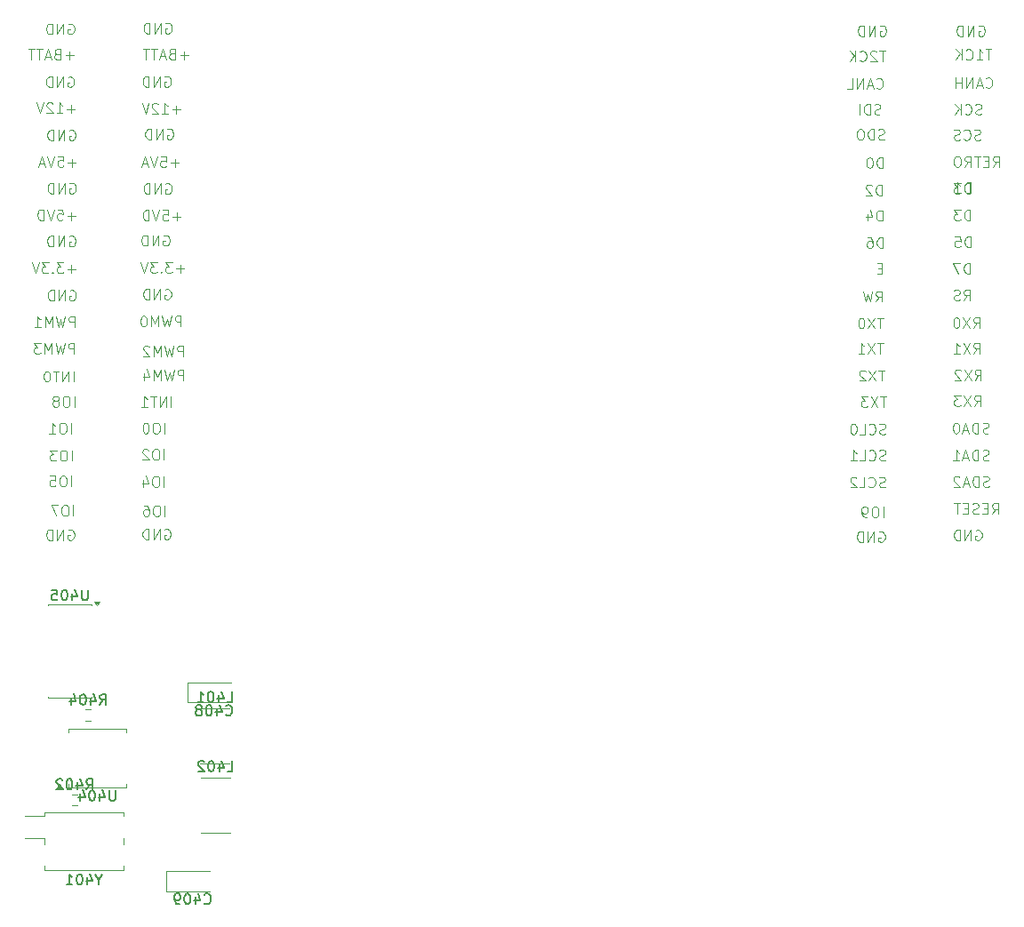
<source format=gbr>
%TF.GenerationSoftware,KiCad,Pcbnew,9.0.6-9.0.6~ubuntu25.04.1*%
%TF.CreationDate,2025-11-16T21:22:31+01:00*%
%TF.ProjectId,CPU,4350552e-6b69-4636-9164-5f7063625858,V0.2*%
%TF.SameCoordinates,Original*%
%TF.FileFunction,Legend,Bot*%
%TF.FilePolarity,Positive*%
%FSLAX46Y46*%
G04 Gerber Fmt 4.6, Leading zero omitted, Abs format (unit mm)*
G04 Created by KiCad (PCBNEW 9.0.6-9.0.6~ubuntu25.04.1) date 2025-11-16 21:22:31*
%MOMM*%
%LPD*%
G01*
G04 APERTURE LIST*
%ADD10C,0.100000*%
%ADD11C,0.150000*%
%ADD12C,0.120000*%
G04 APERTURE END LIST*
D10*
X93080303Y-84264038D02*
X93175541Y-84216419D01*
X93175541Y-84216419D02*
X93318398Y-84216419D01*
X93318398Y-84216419D02*
X93461255Y-84264038D01*
X93461255Y-84264038D02*
X93556493Y-84359276D01*
X93556493Y-84359276D02*
X93604112Y-84454514D01*
X93604112Y-84454514D02*
X93651731Y-84644990D01*
X93651731Y-84644990D02*
X93651731Y-84787847D01*
X93651731Y-84787847D02*
X93604112Y-84978323D01*
X93604112Y-84978323D02*
X93556493Y-85073561D01*
X93556493Y-85073561D02*
X93461255Y-85168800D01*
X93461255Y-85168800D02*
X93318398Y-85216419D01*
X93318398Y-85216419D02*
X93223160Y-85216419D01*
X93223160Y-85216419D02*
X93080303Y-85168800D01*
X93080303Y-85168800D02*
X93032684Y-85121180D01*
X93032684Y-85121180D02*
X93032684Y-84787847D01*
X93032684Y-84787847D02*
X93223160Y-84787847D01*
X92604112Y-85216419D02*
X92604112Y-84216419D01*
X92604112Y-84216419D02*
X92032684Y-85216419D01*
X92032684Y-85216419D02*
X92032684Y-84216419D01*
X91556493Y-85216419D02*
X91556493Y-84216419D01*
X91556493Y-84216419D02*
X91318398Y-84216419D01*
X91318398Y-84216419D02*
X91175541Y-84264038D01*
X91175541Y-84264038D02*
X91080303Y-84359276D01*
X91080303Y-84359276D02*
X91032684Y-84454514D01*
X91032684Y-84454514D02*
X90985065Y-84644990D01*
X90985065Y-84644990D02*
X90985065Y-84787847D01*
X90985065Y-84787847D02*
X91032684Y-84978323D01*
X91032684Y-84978323D02*
X91080303Y-85073561D01*
X91080303Y-85073561D02*
X91175541Y-85168800D01*
X91175541Y-85168800D02*
X91318398Y-85216419D01*
X91318398Y-85216419D02*
X91556493Y-85216419D01*
X102173503Y-94373238D02*
X102268741Y-94325619D01*
X102268741Y-94325619D02*
X102411598Y-94325619D01*
X102411598Y-94325619D02*
X102554455Y-94373238D01*
X102554455Y-94373238D02*
X102649693Y-94468476D01*
X102649693Y-94468476D02*
X102697312Y-94563714D01*
X102697312Y-94563714D02*
X102744931Y-94754190D01*
X102744931Y-94754190D02*
X102744931Y-94897047D01*
X102744931Y-94897047D02*
X102697312Y-95087523D01*
X102697312Y-95087523D02*
X102649693Y-95182761D01*
X102649693Y-95182761D02*
X102554455Y-95278000D01*
X102554455Y-95278000D02*
X102411598Y-95325619D01*
X102411598Y-95325619D02*
X102316360Y-95325619D01*
X102316360Y-95325619D02*
X102173503Y-95278000D01*
X102173503Y-95278000D02*
X102125884Y-95230380D01*
X102125884Y-95230380D02*
X102125884Y-94897047D01*
X102125884Y-94897047D02*
X102316360Y-94897047D01*
X101697312Y-95325619D02*
X101697312Y-94325619D01*
X101697312Y-94325619D02*
X101125884Y-95325619D01*
X101125884Y-95325619D02*
X101125884Y-94325619D01*
X100649693Y-95325619D02*
X100649693Y-94325619D01*
X100649693Y-94325619D02*
X100411598Y-94325619D01*
X100411598Y-94325619D02*
X100268741Y-94373238D01*
X100268741Y-94373238D02*
X100173503Y-94468476D01*
X100173503Y-94468476D02*
X100125884Y-94563714D01*
X100125884Y-94563714D02*
X100078265Y-94754190D01*
X100078265Y-94754190D02*
X100078265Y-94897047D01*
X100078265Y-94897047D02*
X100125884Y-95087523D01*
X100125884Y-95087523D02*
X100173503Y-95182761D01*
X100173503Y-95182761D02*
X100268741Y-95278000D01*
X100268741Y-95278000D02*
X100411598Y-95325619D01*
X100411598Y-95325619D02*
X100649693Y-95325619D01*
X179389503Y-117309438D02*
X179484741Y-117261819D01*
X179484741Y-117261819D02*
X179627598Y-117261819D01*
X179627598Y-117261819D02*
X179770455Y-117309438D01*
X179770455Y-117309438D02*
X179865693Y-117404676D01*
X179865693Y-117404676D02*
X179913312Y-117499914D01*
X179913312Y-117499914D02*
X179960931Y-117690390D01*
X179960931Y-117690390D02*
X179960931Y-117833247D01*
X179960931Y-117833247D02*
X179913312Y-118023723D01*
X179913312Y-118023723D02*
X179865693Y-118118961D01*
X179865693Y-118118961D02*
X179770455Y-118214200D01*
X179770455Y-118214200D02*
X179627598Y-118261819D01*
X179627598Y-118261819D02*
X179532360Y-118261819D01*
X179532360Y-118261819D02*
X179389503Y-118214200D01*
X179389503Y-118214200D02*
X179341884Y-118166580D01*
X179341884Y-118166580D02*
X179341884Y-117833247D01*
X179341884Y-117833247D02*
X179532360Y-117833247D01*
X178913312Y-118261819D02*
X178913312Y-117261819D01*
X178913312Y-117261819D02*
X178341884Y-118261819D01*
X178341884Y-118261819D02*
X178341884Y-117261819D01*
X177865693Y-118261819D02*
X177865693Y-117261819D01*
X177865693Y-117261819D02*
X177627598Y-117261819D01*
X177627598Y-117261819D02*
X177484741Y-117309438D01*
X177484741Y-117309438D02*
X177389503Y-117404676D01*
X177389503Y-117404676D02*
X177341884Y-117499914D01*
X177341884Y-117499914D02*
X177294265Y-117690390D01*
X177294265Y-117690390D02*
X177294265Y-117833247D01*
X177294265Y-117833247D02*
X177341884Y-118023723D01*
X177341884Y-118023723D02*
X177389503Y-118118961D01*
X177389503Y-118118961D02*
X177484741Y-118214200D01*
X177484741Y-118214200D02*
X177627598Y-118261819D01*
X177627598Y-118261819D02*
X177865693Y-118261819D01*
X102122703Y-117233238D02*
X102217941Y-117185619D01*
X102217941Y-117185619D02*
X102360798Y-117185619D01*
X102360798Y-117185619D02*
X102503655Y-117233238D01*
X102503655Y-117233238D02*
X102598893Y-117328476D01*
X102598893Y-117328476D02*
X102646512Y-117423714D01*
X102646512Y-117423714D02*
X102694131Y-117614190D01*
X102694131Y-117614190D02*
X102694131Y-117757047D01*
X102694131Y-117757047D02*
X102646512Y-117947523D01*
X102646512Y-117947523D02*
X102598893Y-118042761D01*
X102598893Y-118042761D02*
X102503655Y-118138000D01*
X102503655Y-118138000D02*
X102360798Y-118185619D01*
X102360798Y-118185619D02*
X102265560Y-118185619D01*
X102265560Y-118185619D02*
X102122703Y-118138000D01*
X102122703Y-118138000D02*
X102075084Y-118090380D01*
X102075084Y-118090380D02*
X102075084Y-117757047D01*
X102075084Y-117757047D02*
X102265560Y-117757047D01*
X101646512Y-118185619D02*
X101646512Y-117185619D01*
X101646512Y-117185619D02*
X101075084Y-118185619D01*
X101075084Y-118185619D02*
X101075084Y-117185619D01*
X100598893Y-118185619D02*
X100598893Y-117185619D01*
X100598893Y-117185619D02*
X100360798Y-117185619D01*
X100360798Y-117185619D02*
X100217941Y-117233238D01*
X100217941Y-117233238D02*
X100122703Y-117328476D01*
X100122703Y-117328476D02*
X100075084Y-117423714D01*
X100075084Y-117423714D02*
X100027465Y-117614190D01*
X100027465Y-117614190D02*
X100027465Y-117757047D01*
X100027465Y-117757047D02*
X100075084Y-117947523D01*
X100075084Y-117947523D02*
X100122703Y-118042761D01*
X100122703Y-118042761D02*
X100217941Y-118138000D01*
X100217941Y-118138000D02*
X100360798Y-118185619D01*
X100360798Y-118185619D02*
X100598893Y-118185619D01*
X93438988Y-103148819D02*
X93438988Y-102148819D01*
X92962798Y-103148819D02*
X92962798Y-102148819D01*
X92962798Y-102148819D02*
X92391370Y-103148819D01*
X92391370Y-103148819D02*
X92391370Y-102148819D01*
X92058036Y-102148819D02*
X91486608Y-102148819D01*
X91772322Y-103148819D02*
X91772322Y-102148819D01*
X90962798Y-102148819D02*
X90867560Y-102148819D01*
X90867560Y-102148819D02*
X90772322Y-102196438D01*
X90772322Y-102196438D02*
X90724703Y-102244057D01*
X90724703Y-102244057D02*
X90677084Y-102339295D01*
X90677084Y-102339295D02*
X90629465Y-102529771D01*
X90629465Y-102529771D02*
X90629465Y-102767866D01*
X90629465Y-102767866D02*
X90677084Y-102958342D01*
X90677084Y-102958342D02*
X90724703Y-103053580D01*
X90724703Y-103053580D02*
X90772322Y-103101200D01*
X90772322Y-103101200D02*
X90867560Y-103148819D01*
X90867560Y-103148819D02*
X90962798Y-103148819D01*
X90962798Y-103148819D02*
X91058036Y-103101200D01*
X91058036Y-103101200D02*
X91105655Y-103053580D01*
X91105655Y-103053580D02*
X91153274Y-102958342D01*
X91153274Y-102958342D02*
X91200893Y-102767866D01*
X91200893Y-102767866D02*
X91200893Y-102529771D01*
X91200893Y-102529771D02*
X91153274Y-102339295D01*
X91153274Y-102339295D02*
X91105655Y-102244057D01*
X91105655Y-102244057D02*
X91058036Y-102196438D01*
X91058036Y-102196438D02*
X90962798Y-102148819D01*
X170511115Y-82803419D02*
X170511115Y-81803419D01*
X170511115Y-81803419D02*
X170273020Y-81803419D01*
X170273020Y-81803419D02*
X170130163Y-81851038D01*
X170130163Y-81851038D02*
X170034925Y-81946276D01*
X170034925Y-81946276D02*
X169987306Y-82041514D01*
X169987306Y-82041514D02*
X169939687Y-82231990D01*
X169939687Y-82231990D02*
X169939687Y-82374847D01*
X169939687Y-82374847D02*
X169987306Y-82565323D01*
X169987306Y-82565323D02*
X170034925Y-82660561D01*
X170034925Y-82660561D02*
X170130163Y-82755800D01*
X170130163Y-82755800D02*
X170273020Y-82803419D01*
X170273020Y-82803419D02*
X170511115Y-82803419D01*
X169320639Y-81803419D02*
X169225401Y-81803419D01*
X169225401Y-81803419D02*
X169130163Y-81851038D01*
X169130163Y-81851038D02*
X169082544Y-81898657D01*
X169082544Y-81898657D02*
X169034925Y-81993895D01*
X169034925Y-81993895D02*
X168987306Y-82184371D01*
X168987306Y-82184371D02*
X168987306Y-82422466D01*
X168987306Y-82422466D02*
X169034925Y-82612942D01*
X169034925Y-82612942D02*
X169082544Y-82708180D01*
X169082544Y-82708180D02*
X169130163Y-82755800D01*
X169130163Y-82755800D02*
X169225401Y-82803419D01*
X169225401Y-82803419D02*
X169320639Y-82803419D01*
X169320639Y-82803419D02*
X169415877Y-82755800D01*
X169415877Y-82755800D02*
X169463496Y-82708180D01*
X169463496Y-82708180D02*
X169511115Y-82612942D01*
X169511115Y-82612942D02*
X169558734Y-82422466D01*
X169558734Y-82422466D02*
X169558734Y-82184371D01*
X169558734Y-82184371D02*
X169511115Y-81993895D01*
X169511115Y-81993895D02*
X169463496Y-81898657D01*
X169463496Y-81898657D02*
X169415877Y-81851038D01*
X169415877Y-81851038D02*
X169320639Y-81803419D01*
X170536515Y-90398019D02*
X170536515Y-89398019D01*
X170536515Y-89398019D02*
X170298420Y-89398019D01*
X170298420Y-89398019D02*
X170155563Y-89445638D01*
X170155563Y-89445638D02*
X170060325Y-89540876D01*
X170060325Y-89540876D02*
X170012706Y-89636114D01*
X170012706Y-89636114D02*
X169965087Y-89826590D01*
X169965087Y-89826590D02*
X169965087Y-89969447D01*
X169965087Y-89969447D02*
X170012706Y-90159923D01*
X170012706Y-90159923D02*
X170060325Y-90255161D01*
X170060325Y-90255161D02*
X170155563Y-90350400D01*
X170155563Y-90350400D02*
X170298420Y-90398019D01*
X170298420Y-90398019D02*
X170536515Y-90398019D01*
X169107944Y-89398019D02*
X169298420Y-89398019D01*
X169298420Y-89398019D02*
X169393658Y-89445638D01*
X169393658Y-89445638D02*
X169441277Y-89493257D01*
X169441277Y-89493257D02*
X169536515Y-89636114D01*
X169536515Y-89636114D02*
X169584134Y-89826590D01*
X169584134Y-89826590D02*
X169584134Y-90207542D01*
X169584134Y-90207542D02*
X169536515Y-90302780D01*
X169536515Y-90302780D02*
X169488896Y-90350400D01*
X169488896Y-90350400D02*
X169393658Y-90398019D01*
X169393658Y-90398019D02*
X169203182Y-90398019D01*
X169203182Y-90398019D02*
X169107944Y-90350400D01*
X169107944Y-90350400D02*
X169060325Y-90302780D01*
X169060325Y-90302780D02*
X169012706Y-90207542D01*
X169012706Y-90207542D02*
X169012706Y-89969447D01*
X169012706Y-89969447D02*
X169060325Y-89874209D01*
X169060325Y-89874209D02*
X169107944Y-89826590D01*
X169107944Y-89826590D02*
X169203182Y-89778971D01*
X169203182Y-89778971D02*
X169393658Y-89778971D01*
X169393658Y-89778971D02*
X169488896Y-89826590D01*
X169488896Y-89826590D02*
X169536515Y-89874209D01*
X169536515Y-89874209D02*
X169584134Y-89969447D01*
X179159887Y-98043419D02*
X179493220Y-97567228D01*
X179731315Y-98043419D02*
X179731315Y-97043419D01*
X179731315Y-97043419D02*
X179350363Y-97043419D01*
X179350363Y-97043419D02*
X179255125Y-97091038D01*
X179255125Y-97091038D02*
X179207506Y-97138657D01*
X179207506Y-97138657D02*
X179159887Y-97233895D01*
X179159887Y-97233895D02*
X179159887Y-97376752D01*
X179159887Y-97376752D02*
X179207506Y-97471990D01*
X179207506Y-97471990D02*
X179255125Y-97519609D01*
X179255125Y-97519609D02*
X179350363Y-97567228D01*
X179350363Y-97567228D02*
X179731315Y-97567228D01*
X178826553Y-97043419D02*
X178159887Y-98043419D01*
X178159887Y-97043419D02*
X178826553Y-98043419D01*
X177588458Y-97043419D02*
X177493220Y-97043419D01*
X177493220Y-97043419D02*
X177397982Y-97091038D01*
X177397982Y-97091038D02*
X177350363Y-97138657D01*
X177350363Y-97138657D02*
X177302744Y-97233895D01*
X177302744Y-97233895D02*
X177255125Y-97424371D01*
X177255125Y-97424371D02*
X177255125Y-97662466D01*
X177255125Y-97662466D02*
X177302744Y-97852942D01*
X177302744Y-97852942D02*
X177350363Y-97948180D01*
X177350363Y-97948180D02*
X177397982Y-97995800D01*
X177397982Y-97995800D02*
X177493220Y-98043419D01*
X177493220Y-98043419D02*
X177588458Y-98043419D01*
X177588458Y-98043419D02*
X177683696Y-97995800D01*
X177683696Y-97995800D02*
X177731315Y-97948180D01*
X177731315Y-97948180D02*
X177778934Y-97852942D01*
X177778934Y-97852942D02*
X177826553Y-97662466D01*
X177826553Y-97662466D02*
X177826553Y-97424371D01*
X177826553Y-97424371D02*
X177778934Y-97233895D01*
X177778934Y-97233895D02*
X177731315Y-97138657D01*
X177731315Y-97138657D02*
X177683696Y-97091038D01*
X177683696Y-97091038D02*
X177588458Y-97043419D01*
X93054903Y-79209438D02*
X93150141Y-79161819D01*
X93150141Y-79161819D02*
X93292998Y-79161819D01*
X93292998Y-79161819D02*
X93435855Y-79209438D01*
X93435855Y-79209438D02*
X93531093Y-79304676D01*
X93531093Y-79304676D02*
X93578712Y-79399914D01*
X93578712Y-79399914D02*
X93626331Y-79590390D01*
X93626331Y-79590390D02*
X93626331Y-79733247D01*
X93626331Y-79733247D02*
X93578712Y-79923723D01*
X93578712Y-79923723D02*
X93531093Y-80018961D01*
X93531093Y-80018961D02*
X93435855Y-80114200D01*
X93435855Y-80114200D02*
X93292998Y-80161819D01*
X93292998Y-80161819D02*
X93197760Y-80161819D01*
X93197760Y-80161819D02*
X93054903Y-80114200D01*
X93054903Y-80114200D02*
X93007284Y-80066580D01*
X93007284Y-80066580D02*
X93007284Y-79733247D01*
X93007284Y-79733247D02*
X93197760Y-79733247D01*
X92578712Y-80161819D02*
X92578712Y-79161819D01*
X92578712Y-79161819D02*
X92007284Y-80161819D01*
X92007284Y-80161819D02*
X92007284Y-79161819D01*
X91531093Y-80161819D02*
X91531093Y-79161819D01*
X91531093Y-79161819D02*
X91292998Y-79161819D01*
X91292998Y-79161819D02*
X91150141Y-79209438D01*
X91150141Y-79209438D02*
X91054903Y-79304676D01*
X91054903Y-79304676D02*
X91007284Y-79399914D01*
X91007284Y-79399914D02*
X90959665Y-79590390D01*
X90959665Y-79590390D02*
X90959665Y-79733247D01*
X90959665Y-79733247D02*
X91007284Y-79923723D01*
X91007284Y-79923723D02*
X91054903Y-80018961D01*
X91054903Y-80018961D02*
X91150141Y-80114200D01*
X91150141Y-80114200D02*
X91292998Y-80161819D01*
X91292998Y-80161819D02*
X91531093Y-80161819D01*
X102058115Y-110591019D02*
X102058115Y-109591019D01*
X101391449Y-109591019D02*
X101200973Y-109591019D01*
X101200973Y-109591019D02*
X101105735Y-109638638D01*
X101105735Y-109638638D02*
X101010497Y-109733876D01*
X101010497Y-109733876D02*
X100962878Y-109924352D01*
X100962878Y-109924352D02*
X100962878Y-110257685D01*
X100962878Y-110257685D02*
X101010497Y-110448161D01*
X101010497Y-110448161D02*
X101105735Y-110543400D01*
X101105735Y-110543400D02*
X101200973Y-110591019D01*
X101200973Y-110591019D02*
X101391449Y-110591019D01*
X101391449Y-110591019D02*
X101486687Y-110543400D01*
X101486687Y-110543400D02*
X101581925Y-110448161D01*
X101581925Y-110448161D02*
X101629544Y-110257685D01*
X101629544Y-110257685D02*
X101629544Y-109924352D01*
X101629544Y-109924352D02*
X101581925Y-109733876D01*
X101581925Y-109733876D02*
X101486687Y-109638638D01*
X101486687Y-109638638D02*
X101391449Y-109591019D01*
X100581925Y-109686257D02*
X100534306Y-109638638D01*
X100534306Y-109638638D02*
X100439068Y-109591019D01*
X100439068Y-109591019D02*
X100200973Y-109591019D01*
X100200973Y-109591019D02*
X100105735Y-109638638D01*
X100105735Y-109638638D02*
X100058116Y-109686257D01*
X100058116Y-109686257D02*
X100010497Y-109781495D01*
X100010497Y-109781495D02*
X100010497Y-109876733D01*
X100010497Y-109876733D02*
X100058116Y-110019590D01*
X100058116Y-110019590D02*
X100629544Y-110591019D01*
X100629544Y-110591019D02*
X100010497Y-110591019D01*
X179931334Y-77675800D02*
X179788477Y-77723419D01*
X179788477Y-77723419D02*
X179550382Y-77723419D01*
X179550382Y-77723419D02*
X179455144Y-77675800D01*
X179455144Y-77675800D02*
X179407525Y-77628180D01*
X179407525Y-77628180D02*
X179359906Y-77532942D01*
X179359906Y-77532942D02*
X179359906Y-77437704D01*
X179359906Y-77437704D02*
X179407525Y-77342466D01*
X179407525Y-77342466D02*
X179455144Y-77294847D01*
X179455144Y-77294847D02*
X179550382Y-77247228D01*
X179550382Y-77247228D02*
X179740858Y-77199609D01*
X179740858Y-77199609D02*
X179836096Y-77151990D01*
X179836096Y-77151990D02*
X179883715Y-77104371D01*
X179883715Y-77104371D02*
X179931334Y-77009133D01*
X179931334Y-77009133D02*
X179931334Y-76913895D01*
X179931334Y-76913895D02*
X179883715Y-76818657D01*
X179883715Y-76818657D02*
X179836096Y-76771038D01*
X179836096Y-76771038D02*
X179740858Y-76723419D01*
X179740858Y-76723419D02*
X179502763Y-76723419D01*
X179502763Y-76723419D02*
X179359906Y-76771038D01*
X178359906Y-77628180D02*
X178407525Y-77675800D01*
X178407525Y-77675800D02*
X178550382Y-77723419D01*
X178550382Y-77723419D02*
X178645620Y-77723419D01*
X178645620Y-77723419D02*
X178788477Y-77675800D01*
X178788477Y-77675800D02*
X178883715Y-77580561D01*
X178883715Y-77580561D02*
X178931334Y-77485323D01*
X178931334Y-77485323D02*
X178978953Y-77294847D01*
X178978953Y-77294847D02*
X178978953Y-77151990D01*
X178978953Y-77151990D02*
X178931334Y-76961514D01*
X178931334Y-76961514D02*
X178883715Y-76866276D01*
X178883715Y-76866276D02*
X178788477Y-76771038D01*
X178788477Y-76771038D02*
X178645620Y-76723419D01*
X178645620Y-76723419D02*
X178550382Y-76723419D01*
X178550382Y-76723419D02*
X178407525Y-76771038D01*
X178407525Y-76771038D02*
X178359906Y-76818657D01*
X177931334Y-77723419D02*
X177931334Y-76723419D01*
X177359906Y-77723419D02*
X177788477Y-77151990D01*
X177359906Y-76723419D02*
X177931334Y-77294847D01*
X93635683Y-92430066D02*
X92873779Y-92430066D01*
X93254731Y-92811019D02*
X93254731Y-92049114D01*
X92492826Y-91811019D02*
X91873779Y-91811019D01*
X91873779Y-91811019D02*
X92207112Y-92191971D01*
X92207112Y-92191971D02*
X92064255Y-92191971D01*
X92064255Y-92191971D02*
X91969017Y-92239590D01*
X91969017Y-92239590D02*
X91921398Y-92287209D01*
X91921398Y-92287209D02*
X91873779Y-92382447D01*
X91873779Y-92382447D02*
X91873779Y-92620542D01*
X91873779Y-92620542D02*
X91921398Y-92715780D01*
X91921398Y-92715780D02*
X91969017Y-92763400D01*
X91969017Y-92763400D02*
X92064255Y-92811019D01*
X92064255Y-92811019D02*
X92349969Y-92811019D01*
X92349969Y-92811019D02*
X92445207Y-92763400D01*
X92445207Y-92763400D02*
X92492826Y-92715780D01*
X91445207Y-92715780D02*
X91397588Y-92763400D01*
X91397588Y-92763400D02*
X91445207Y-92811019D01*
X91445207Y-92811019D02*
X91492826Y-92763400D01*
X91492826Y-92763400D02*
X91445207Y-92715780D01*
X91445207Y-92715780D02*
X91445207Y-92811019D01*
X91064255Y-91811019D02*
X90445208Y-91811019D01*
X90445208Y-91811019D02*
X90778541Y-92191971D01*
X90778541Y-92191971D02*
X90635684Y-92191971D01*
X90635684Y-92191971D02*
X90540446Y-92239590D01*
X90540446Y-92239590D02*
X90492827Y-92287209D01*
X90492827Y-92287209D02*
X90445208Y-92382447D01*
X90445208Y-92382447D02*
X90445208Y-92620542D01*
X90445208Y-92620542D02*
X90492827Y-92715780D01*
X90492827Y-92715780D02*
X90540446Y-92763400D01*
X90540446Y-92763400D02*
X90635684Y-92811019D01*
X90635684Y-92811019D02*
X90921398Y-92811019D01*
X90921398Y-92811019D02*
X91016636Y-92763400D01*
X91016636Y-92763400D02*
X91064255Y-92715780D01*
X90159493Y-91811019D02*
X89826160Y-92811019D01*
X89826160Y-92811019D02*
X89492827Y-91811019D01*
X179185287Y-100456419D02*
X179518620Y-99980228D01*
X179756715Y-100456419D02*
X179756715Y-99456419D01*
X179756715Y-99456419D02*
X179375763Y-99456419D01*
X179375763Y-99456419D02*
X179280525Y-99504038D01*
X179280525Y-99504038D02*
X179232906Y-99551657D01*
X179232906Y-99551657D02*
X179185287Y-99646895D01*
X179185287Y-99646895D02*
X179185287Y-99789752D01*
X179185287Y-99789752D02*
X179232906Y-99884990D01*
X179232906Y-99884990D02*
X179280525Y-99932609D01*
X179280525Y-99932609D02*
X179375763Y-99980228D01*
X179375763Y-99980228D02*
X179756715Y-99980228D01*
X178851953Y-99456419D02*
X178185287Y-100456419D01*
X178185287Y-99456419D02*
X178851953Y-100456419D01*
X177280525Y-100456419D02*
X177851953Y-100456419D01*
X177566239Y-100456419D02*
X177566239Y-99456419D01*
X177566239Y-99456419D02*
X177661477Y-99599276D01*
X177661477Y-99599276D02*
X177756715Y-99694514D01*
X177756715Y-99694514D02*
X177851953Y-99742133D01*
X170679372Y-102072619D02*
X170107944Y-102072619D01*
X170393658Y-103072619D02*
X170393658Y-102072619D01*
X169869848Y-102072619D02*
X169203182Y-103072619D01*
X169203182Y-102072619D02*
X169869848Y-103072619D01*
X168869848Y-102167857D02*
X168822229Y-102120238D01*
X168822229Y-102120238D02*
X168726991Y-102072619D01*
X168726991Y-102072619D02*
X168488896Y-102072619D01*
X168488896Y-102072619D02*
X168393658Y-102120238D01*
X168393658Y-102120238D02*
X168346039Y-102167857D01*
X168346039Y-102167857D02*
X168298420Y-102263095D01*
X168298420Y-102263095D02*
X168298420Y-102358333D01*
X168298420Y-102358333D02*
X168346039Y-102501190D01*
X168346039Y-102501190D02*
X168917467Y-103072619D01*
X168917467Y-103072619D02*
X168298420Y-103072619D01*
X93549988Y-97941819D02*
X93549988Y-96941819D01*
X93549988Y-96941819D02*
X93169036Y-96941819D01*
X93169036Y-96941819D02*
X93073798Y-96989438D01*
X93073798Y-96989438D02*
X93026179Y-97037057D01*
X93026179Y-97037057D02*
X92978560Y-97132295D01*
X92978560Y-97132295D02*
X92978560Y-97275152D01*
X92978560Y-97275152D02*
X93026179Y-97370390D01*
X93026179Y-97370390D02*
X93073798Y-97418009D01*
X93073798Y-97418009D02*
X93169036Y-97465628D01*
X93169036Y-97465628D02*
X93549988Y-97465628D01*
X92645226Y-96941819D02*
X92407131Y-97941819D01*
X92407131Y-97941819D02*
X92216655Y-97227533D01*
X92216655Y-97227533D02*
X92026179Y-97941819D01*
X92026179Y-97941819D02*
X91788084Y-96941819D01*
X91407131Y-97941819D02*
X91407131Y-96941819D01*
X91407131Y-96941819D02*
X91073798Y-97656104D01*
X91073798Y-97656104D02*
X90740465Y-96941819D01*
X90740465Y-96941819D02*
X90740465Y-97941819D01*
X89740465Y-97941819D02*
X90311893Y-97941819D01*
X90026179Y-97941819D02*
X90026179Y-96941819D01*
X90026179Y-96941819D02*
X90121417Y-97084676D01*
X90121417Y-97084676D02*
X90216655Y-97179914D01*
X90216655Y-97179914D02*
X90311893Y-97227533D01*
X180890172Y-71491019D02*
X180318744Y-71491019D01*
X180604458Y-72491019D02*
X180604458Y-71491019D01*
X179461601Y-72491019D02*
X180033029Y-72491019D01*
X179747315Y-72491019D02*
X179747315Y-71491019D01*
X179747315Y-71491019D02*
X179842553Y-71633876D01*
X179842553Y-71633876D02*
X179937791Y-71729114D01*
X179937791Y-71729114D02*
X180033029Y-71776733D01*
X178461601Y-72395780D02*
X178509220Y-72443400D01*
X178509220Y-72443400D02*
X178652077Y-72491019D01*
X178652077Y-72491019D02*
X178747315Y-72491019D01*
X178747315Y-72491019D02*
X178890172Y-72443400D01*
X178890172Y-72443400D02*
X178985410Y-72348161D01*
X178985410Y-72348161D02*
X179033029Y-72252923D01*
X179033029Y-72252923D02*
X179080648Y-72062447D01*
X179080648Y-72062447D02*
X179080648Y-71919590D01*
X179080648Y-71919590D02*
X179033029Y-71729114D01*
X179033029Y-71729114D02*
X178985410Y-71633876D01*
X178985410Y-71633876D02*
X178890172Y-71538638D01*
X178890172Y-71538638D02*
X178747315Y-71491019D01*
X178747315Y-71491019D02*
X178652077Y-71491019D01*
X178652077Y-71491019D02*
X178509220Y-71538638D01*
X178509220Y-71538638D02*
X178461601Y-71586257D01*
X178033029Y-72491019D02*
X178033029Y-71491019D01*
X177461601Y-72491019D02*
X177890172Y-71919590D01*
X177461601Y-71491019D02*
X178033029Y-72062447D01*
X180937887Y-115747219D02*
X181271220Y-115271028D01*
X181509315Y-115747219D02*
X181509315Y-114747219D01*
X181509315Y-114747219D02*
X181128363Y-114747219D01*
X181128363Y-114747219D02*
X181033125Y-114794838D01*
X181033125Y-114794838D02*
X180985506Y-114842457D01*
X180985506Y-114842457D02*
X180937887Y-114937695D01*
X180937887Y-114937695D02*
X180937887Y-115080552D01*
X180937887Y-115080552D02*
X180985506Y-115175790D01*
X180985506Y-115175790D02*
X181033125Y-115223409D01*
X181033125Y-115223409D02*
X181128363Y-115271028D01*
X181128363Y-115271028D02*
X181509315Y-115271028D01*
X180509315Y-115223409D02*
X180175982Y-115223409D01*
X180033125Y-115747219D02*
X180509315Y-115747219D01*
X180509315Y-115747219D02*
X180509315Y-114747219D01*
X180509315Y-114747219D02*
X180033125Y-114747219D01*
X179652172Y-115699600D02*
X179509315Y-115747219D01*
X179509315Y-115747219D02*
X179271220Y-115747219D01*
X179271220Y-115747219D02*
X179175982Y-115699600D01*
X179175982Y-115699600D02*
X179128363Y-115651980D01*
X179128363Y-115651980D02*
X179080744Y-115556742D01*
X179080744Y-115556742D02*
X179080744Y-115461504D01*
X179080744Y-115461504D02*
X179128363Y-115366266D01*
X179128363Y-115366266D02*
X179175982Y-115318647D01*
X179175982Y-115318647D02*
X179271220Y-115271028D01*
X179271220Y-115271028D02*
X179461696Y-115223409D01*
X179461696Y-115223409D02*
X179556934Y-115175790D01*
X179556934Y-115175790D02*
X179604553Y-115128171D01*
X179604553Y-115128171D02*
X179652172Y-115032933D01*
X179652172Y-115032933D02*
X179652172Y-114937695D01*
X179652172Y-114937695D02*
X179604553Y-114842457D01*
X179604553Y-114842457D02*
X179556934Y-114794838D01*
X179556934Y-114794838D02*
X179461696Y-114747219D01*
X179461696Y-114747219D02*
X179223601Y-114747219D01*
X179223601Y-114747219D02*
X179080744Y-114794838D01*
X178652172Y-115223409D02*
X178318839Y-115223409D01*
X178175982Y-115747219D02*
X178652172Y-115747219D01*
X178652172Y-115747219D02*
X178652172Y-114747219D01*
X178652172Y-114747219D02*
X178175982Y-114747219D01*
X177890267Y-114747219D02*
X177318839Y-114747219D01*
X177604553Y-115747219D02*
X177604553Y-114747219D01*
X93210483Y-113131019D02*
X93210483Y-112131019D01*
X92543817Y-112131019D02*
X92353341Y-112131019D01*
X92353341Y-112131019D02*
X92258103Y-112178638D01*
X92258103Y-112178638D02*
X92162865Y-112273876D01*
X92162865Y-112273876D02*
X92115246Y-112464352D01*
X92115246Y-112464352D02*
X92115246Y-112797685D01*
X92115246Y-112797685D02*
X92162865Y-112988161D01*
X92162865Y-112988161D02*
X92258103Y-113083400D01*
X92258103Y-113083400D02*
X92353341Y-113131019D01*
X92353341Y-113131019D02*
X92543817Y-113131019D01*
X92543817Y-113131019D02*
X92639055Y-113083400D01*
X92639055Y-113083400D02*
X92734293Y-112988161D01*
X92734293Y-112988161D02*
X92781912Y-112797685D01*
X92781912Y-112797685D02*
X92781912Y-112464352D01*
X92781912Y-112464352D02*
X92734293Y-112273876D01*
X92734293Y-112273876D02*
X92639055Y-112178638D01*
X92639055Y-112178638D02*
X92543817Y-112131019D01*
X91210484Y-112131019D02*
X91686674Y-112131019D01*
X91686674Y-112131019D02*
X91734293Y-112607209D01*
X91734293Y-112607209D02*
X91686674Y-112559590D01*
X91686674Y-112559590D02*
X91591436Y-112511971D01*
X91591436Y-112511971D02*
X91353341Y-112511971D01*
X91353341Y-112511971D02*
X91258103Y-112559590D01*
X91258103Y-112559590D02*
X91210484Y-112607209D01*
X91210484Y-112607209D02*
X91162865Y-112702447D01*
X91162865Y-112702447D02*
X91162865Y-112940542D01*
X91162865Y-112940542D02*
X91210484Y-113035780D01*
X91210484Y-113035780D02*
X91258103Y-113083400D01*
X91258103Y-113083400D02*
X91353341Y-113131019D01*
X91353341Y-113131019D02*
X91591436Y-113131019D01*
X91591436Y-113131019D02*
X91686674Y-113083400D01*
X91686674Y-113083400D02*
X91734293Y-113035780D01*
X180617134Y-108028800D02*
X180474277Y-108076419D01*
X180474277Y-108076419D02*
X180236182Y-108076419D01*
X180236182Y-108076419D02*
X180140944Y-108028800D01*
X180140944Y-108028800D02*
X180093325Y-107981180D01*
X180093325Y-107981180D02*
X180045706Y-107885942D01*
X180045706Y-107885942D02*
X180045706Y-107790704D01*
X180045706Y-107790704D02*
X180093325Y-107695466D01*
X180093325Y-107695466D02*
X180140944Y-107647847D01*
X180140944Y-107647847D02*
X180236182Y-107600228D01*
X180236182Y-107600228D02*
X180426658Y-107552609D01*
X180426658Y-107552609D02*
X180521896Y-107504990D01*
X180521896Y-107504990D02*
X180569515Y-107457371D01*
X180569515Y-107457371D02*
X180617134Y-107362133D01*
X180617134Y-107362133D02*
X180617134Y-107266895D01*
X180617134Y-107266895D02*
X180569515Y-107171657D01*
X180569515Y-107171657D02*
X180521896Y-107124038D01*
X180521896Y-107124038D02*
X180426658Y-107076419D01*
X180426658Y-107076419D02*
X180188563Y-107076419D01*
X180188563Y-107076419D02*
X180045706Y-107124038D01*
X179617134Y-108076419D02*
X179617134Y-107076419D01*
X179617134Y-107076419D02*
X179379039Y-107076419D01*
X179379039Y-107076419D02*
X179236182Y-107124038D01*
X179236182Y-107124038D02*
X179140944Y-107219276D01*
X179140944Y-107219276D02*
X179093325Y-107314514D01*
X179093325Y-107314514D02*
X179045706Y-107504990D01*
X179045706Y-107504990D02*
X179045706Y-107647847D01*
X179045706Y-107647847D02*
X179093325Y-107838323D01*
X179093325Y-107838323D02*
X179140944Y-107933561D01*
X179140944Y-107933561D02*
X179236182Y-108028800D01*
X179236182Y-108028800D02*
X179379039Y-108076419D01*
X179379039Y-108076419D02*
X179617134Y-108076419D01*
X178664753Y-107790704D02*
X178188563Y-107790704D01*
X178759991Y-108076419D02*
X178426658Y-107076419D01*
X178426658Y-107076419D02*
X178093325Y-108076419D01*
X177569515Y-107076419D02*
X177474277Y-107076419D01*
X177474277Y-107076419D02*
X177379039Y-107124038D01*
X177379039Y-107124038D02*
X177331420Y-107171657D01*
X177331420Y-107171657D02*
X177283801Y-107266895D01*
X177283801Y-107266895D02*
X177236182Y-107457371D01*
X177236182Y-107457371D02*
X177236182Y-107695466D01*
X177236182Y-107695466D02*
X177283801Y-107885942D01*
X177283801Y-107885942D02*
X177331420Y-107981180D01*
X177331420Y-107981180D02*
X177379039Y-108028800D01*
X177379039Y-108028800D02*
X177474277Y-108076419D01*
X177474277Y-108076419D02*
X177569515Y-108076419D01*
X177569515Y-108076419D02*
X177664753Y-108028800D01*
X177664753Y-108028800D02*
X177712372Y-107981180D01*
X177712372Y-107981180D02*
X177759991Y-107885942D01*
X177759991Y-107885942D02*
X177807610Y-107695466D01*
X177807610Y-107695466D02*
X177807610Y-107457371D01*
X177807610Y-107457371D02*
X177759991Y-107266895D01*
X177759991Y-107266895D02*
X177712372Y-107171657D01*
X177712372Y-107171657D02*
X177664753Y-107124038D01*
X177664753Y-107124038D02*
X177569515Y-107076419D01*
X179236087Y-105460219D02*
X179569420Y-104984028D01*
X179807515Y-105460219D02*
X179807515Y-104460219D01*
X179807515Y-104460219D02*
X179426563Y-104460219D01*
X179426563Y-104460219D02*
X179331325Y-104507838D01*
X179331325Y-104507838D02*
X179283706Y-104555457D01*
X179283706Y-104555457D02*
X179236087Y-104650695D01*
X179236087Y-104650695D02*
X179236087Y-104793552D01*
X179236087Y-104793552D02*
X179283706Y-104888790D01*
X179283706Y-104888790D02*
X179331325Y-104936409D01*
X179331325Y-104936409D02*
X179426563Y-104984028D01*
X179426563Y-104984028D02*
X179807515Y-104984028D01*
X178902753Y-104460219D02*
X178236087Y-105460219D01*
X178236087Y-104460219D02*
X178902753Y-105460219D01*
X177950372Y-104460219D02*
X177331325Y-104460219D01*
X177331325Y-104460219D02*
X177664658Y-104841171D01*
X177664658Y-104841171D02*
X177521801Y-104841171D01*
X177521801Y-104841171D02*
X177426563Y-104888790D01*
X177426563Y-104888790D02*
X177378944Y-104936409D01*
X177378944Y-104936409D02*
X177331325Y-105031647D01*
X177331325Y-105031647D02*
X177331325Y-105269742D01*
X177331325Y-105269742D02*
X177378944Y-105364980D01*
X177378944Y-105364980D02*
X177426563Y-105412600D01*
X177426563Y-105412600D02*
X177521801Y-105460219D01*
X177521801Y-105460219D02*
X177807515Y-105460219D01*
X177807515Y-105460219D02*
X177902753Y-105412600D01*
X177902753Y-105412600D02*
X177950372Y-105364980D01*
X169863487Y-95528819D02*
X170196820Y-95052628D01*
X170434915Y-95528819D02*
X170434915Y-94528819D01*
X170434915Y-94528819D02*
X170053963Y-94528819D01*
X170053963Y-94528819D02*
X169958725Y-94576438D01*
X169958725Y-94576438D02*
X169911106Y-94624057D01*
X169911106Y-94624057D02*
X169863487Y-94719295D01*
X169863487Y-94719295D02*
X169863487Y-94862152D01*
X169863487Y-94862152D02*
X169911106Y-94957390D01*
X169911106Y-94957390D02*
X169958725Y-95005009D01*
X169958725Y-95005009D02*
X170053963Y-95052628D01*
X170053963Y-95052628D02*
X170434915Y-95052628D01*
X169530153Y-94528819D02*
X169292058Y-95528819D01*
X169292058Y-95528819D02*
X169101582Y-94814533D01*
X169101582Y-94814533D02*
X168911106Y-95528819D01*
X168911106Y-95528819D02*
X168673011Y-94528819D01*
X93638912Y-87375466D02*
X92877008Y-87375466D01*
X93257960Y-87756419D02*
X93257960Y-86994514D01*
X91924627Y-86756419D02*
X92400817Y-86756419D01*
X92400817Y-86756419D02*
X92448436Y-87232609D01*
X92448436Y-87232609D02*
X92400817Y-87184990D01*
X92400817Y-87184990D02*
X92305579Y-87137371D01*
X92305579Y-87137371D02*
X92067484Y-87137371D01*
X92067484Y-87137371D02*
X91972246Y-87184990D01*
X91972246Y-87184990D02*
X91924627Y-87232609D01*
X91924627Y-87232609D02*
X91877008Y-87327847D01*
X91877008Y-87327847D02*
X91877008Y-87565942D01*
X91877008Y-87565942D02*
X91924627Y-87661180D01*
X91924627Y-87661180D02*
X91972246Y-87708800D01*
X91972246Y-87708800D02*
X92067484Y-87756419D01*
X92067484Y-87756419D02*
X92305579Y-87756419D01*
X92305579Y-87756419D02*
X92400817Y-87708800D01*
X92400817Y-87708800D02*
X92448436Y-87661180D01*
X91591293Y-86756419D02*
X91257960Y-87756419D01*
X91257960Y-87756419D02*
X90924627Y-86756419D01*
X90591293Y-87756419D02*
X90591293Y-86756419D01*
X90591293Y-86756419D02*
X90353198Y-86756419D01*
X90353198Y-86756419D02*
X90210341Y-86804038D01*
X90210341Y-86804038D02*
X90115103Y-86899276D01*
X90115103Y-86899276D02*
X90067484Y-86994514D01*
X90067484Y-86994514D02*
X90019865Y-87184990D01*
X90019865Y-87184990D02*
X90019865Y-87327847D01*
X90019865Y-87327847D02*
X90067484Y-87518323D01*
X90067484Y-87518323D02*
X90115103Y-87613561D01*
X90115103Y-87613561D02*
X90210341Y-87708800D01*
X90210341Y-87708800D02*
X90353198Y-87756419D01*
X90353198Y-87756419D02*
X90591293Y-87756419D01*
X93499188Y-100481819D02*
X93499188Y-99481819D01*
X93499188Y-99481819D02*
X93118236Y-99481819D01*
X93118236Y-99481819D02*
X93022998Y-99529438D01*
X93022998Y-99529438D02*
X92975379Y-99577057D01*
X92975379Y-99577057D02*
X92927760Y-99672295D01*
X92927760Y-99672295D02*
X92927760Y-99815152D01*
X92927760Y-99815152D02*
X92975379Y-99910390D01*
X92975379Y-99910390D02*
X93022998Y-99958009D01*
X93022998Y-99958009D02*
X93118236Y-100005628D01*
X93118236Y-100005628D02*
X93499188Y-100005628D01*
X92594426Y-99481819D02*
X92356331Y-100481819D01*
X92356331Y-100481819D02*
X92165855Y-99767533D01*
X92165855Y-99767533D02*
X91975379Y-100481819D01*
X91975379Y-100481819D02*
X91737284Y-99481819D01*
X91356331Y-100481819D02*
X91356331Y-99481819D01*
X91356331Y-99481819D02*
X91022998Y-100196104D01*
X91022998Y-100196104D02*
X90689665Y-99481819D01*
X90689665Y-99481819D02*
X90689665Y-100481819D01*
X90308712Y-99481819D02*
X89689665Y-99481819D01*
X89689665Y-99481819D02*
X90022998Y-99862771D01*
X90022998Y-99862771D02*
X89880141Y-99862771D01*
X89880141Y-99862771D02*
X89784903Y-99910390D01*
X89784903Y-99910390D02*
X89737284Y-99958009D01*
X89737284Y-99958009D02*
X89689665Y-100053247D01*
X89689665Y-100053247D02*
X89689665Y-100291342D01*
X89689665Y-100291342D02*
X89737284Y-100386580D01*
X89737284Y-100386580D02*
X89784903Y-100434200D01*
X89784903Y-100434200D02*
X89880141Y-100481819D01*
X89880141Y-100481819D02*
X90165855Y-100481819D01*
X90165855Y-100481819D02*
X90261093Y-100434200D01*
X90261093Y-100434200D02*
X90308712Y-100386580D01*
X169939687Y-75138980D02*
X169987306Y-75186600D01*
X169987306Y-75186600D02*
X170130163Y-75234219D01*
X170130163Y-75234219D02*
X170225401Y-75234219D01*
X170225401Y-75234219D02*
X170368258Y-75186600D01*
X170368258Y-75186600D02*
X170463496Y-75091361D01*
X170463496Y-75091361D02*
X170511115Y-74996123D01*
X170511115Y-74996123D02*
X170558734Y-74805647D01*
X170558734Y-74805647D02*
X170558734Y-74662790D01*
X170558734Y-74662790D02*
X170511115Y-74472314D01*
X170511115Y-74472314D02*
X170463496Y-74377076D01*
X170463496Y-74377076D02*
X170368258Y-74281838D01*
X170368258Y-74281838D02*
X170225401Y-74234219D01*
X170225401Y-74234219D02*
X170130163Y-74234219D01*
X170130163Y-74234219D02*
X169987306Y-74281838D01*
X169987306Y-74281838D02*
X169939687Y-74329457D01*
X169558734Y-74948504D02*
X169082544Y-74948504D01*
X169653972Y-75234219D02*
X169320639Y-74234219D01*
X169320639Y-74234219D02*
X168987306Y-75234219D01*
X168653972Y-75234219D02*
X168653972Y-74234219D01*
X168653972Y-74234219D02*
X168082544Y-75234219D01*
X168082544Y-75234219D02*
X168082544Y-74234219D01*
X167130163Y-75234219D02*
X167606353Y-75234219D01*
X167606353Y-75234219D02*
X167606353Y-74234219D01*
X180642534Y-113108800D02*
X180499677Y-113156419D01*
X180499677Y-113156419D02*
X180261582Y-113156419D01*
X180261582Y-113156419D02*
X180166344Y-113108800D01*
X180166344Y-113108800D02*
X180118725Y-113061180D01*
X180118725Y-113061180D02*
X180071106Y-112965942D01*
X180071106Y-112965942D02*
X180071106Y-112870704D01*
X180071106Y-112870704D02*
X180118725Y-112775466D01*
X180118725Y-112775466D02*
X180166344Y-112727847D01*
X180166344Y-112727847D02*
X180261582Y-112680228D01*
X180261582Y-112680228D02*
X180452058Y-112632609D01*
X180452058Y-112632609D02*
X180547296Y-112584990D01*
X180547296Y-112584990D02*
X180594915Y-112537371D01*
X180594915Y-112537371D02*
X180642534Y-112442133D01*
X180642534Y-112442133D02*
X180642534Y-112346895D01*
X180642534Y-112346895D02*
X180594915Y-112251657D01*
X180594915Y-112251657D02*
X180547296Y-112204038D01*
X180547296Y-112204038D02*
X180452058Y-112156419D01*
X180452058Y-112156419D02*
X180213963Y-112156419D01*
X180213963Y-112156419D02*
X180071106Y-112204038D01*
X179642534Y-113156419D02*
X179642534Y-112156419D01*
X179642534Y-112156419D02*
X179404439Y-112156419D01*
X179404439Y-112156419D02*
X179261582Y-112204038D01*
X179261582Y-112204038D02*
X179166344Y-112299276D01*
X179166344Y-112299276D02*
X179118725Y-112394514D01*
X179118725Y-112394514D02*
X179071106Y-112584990D01*
X179071106Y-112584990D02*
X179071106Y-112727847D01*
X179071106Y-112727847D02*
X179118725Y-112918323D01*
X179118725Y-112918323D02*
X179166344Y-113013561D01*
X179166344Y-113013561D02*
X179261582Y-113108800D01*
X179261582Y-113108800D02*
X179404439Y-113156419D01*
X179404439Y-113156419D02*
X179642534Y-113156419D01*
X178690153Y-112870704D02*
X178213963Y-112870704D01*
X178785391Y-113156419D02*
X178452058Y-112156419D01*
X178452058Y-112156419D02*
X178118725Y-113156419D01*
X177833010Y-112251657D02*
X177785391Y-112204038D01*
X177785391Y-112204038D02*
X177690153Y-112156419D01*
X177690153Y-112156419D02*
X177452058Y-112156419D01*
X177452058Y-112156419D02*
X177356820Y-112204038D01*
X177356820Y-112204038D02*
X177309201Y-112251657D01*
X177309201Y-112251657D02*
X177261582Y-112346895D01*
X177261582Y-112346895D02*
X177261582Y-112442133D01*
X177261582Y-112442133D02*
X177309201Y-112584990D01*
X177309201Y-112584990D02*
X177880629Y-113156419D01*
X177880629Y-113156419D02*
X177261582Y-113156419D01*
X170787334Y-110619600D02*
X170644477Y-110667219D01*
X170644477Y-110667219D02*
X170406382Y-110667219D01*
X170406382Y-110667219D02*
X170311144Y-110619600D01*
X170311144Y-110619600D02*
X170263525Y-110571980D01*
X170263525Y-110571980D02*
X170215906Y-110476742D01*
X170215906Y-110476742D02*
X170215906Y-110381504D01*
X170215906Y-110381504D02*
X170263525Y-110286266D01*
X170263525Y-110286266D02*
X170311144Y-110238647D01*
X170311144Y-110238647D02*
X170406382Y-110191028D01*
X170406382Y-110191028D02*
X170596858Y-110143409D01*
X170596858Y-110143409D02*
X170692096Y-110095790D01*
X170692096Y-110095790D02*
X170739715Y-110048171D01*
X170739715Y-110048171D02*
X170787334Y-109952933D01*
X170787334Y-109952933D02*
X170787334Y-109857695D01*
X170787334Y-109857695D02*
X170739715Y-109762457D01*
X170739715Y-109762457D02*
X170692096Y-109714838D01*
X170692096Y-109714838D02*
X170596858Y-109667219D01*
X170596858Y-109667219D02*
X170358763Y-109667219D01*
X170358763Y-109667219D02*
X170215906Y-109714838D01*
X169215906Y-110571980D02*
X169263525Y-110619600D01*
X169263525Y-110619600D02*
X169406382Y-110667219D01*
X169406382Y-110667219D02*
X169501620Y-110667219D01*
X169501620Y-110667219D02*
X169644477Y-110619600D01*
X169644477Y-110619600D02*
X169739715Y-110524361D01*
X169739715Y-110524361D02*
X169787334Y-110429123D01*
X169787334Y-110429123D02*
X169834953Y-110238647D01*
X169834953Y-110238647D02*
X169834953Y-110095790D01*
X169834953Y-110095790D02*
X169787334Y-109905314D01*
X169787334Y-109905314D02*
X169739715Y-109810076D01*
X169739715Y-109810076D02*
X169644477Y-109714838D01*
X169644477Y-109714838D02*
X169501620Y-109667219D01*
X169501620Y-109667219D02*
X169406382Y-109667219D01*
X169406382Y-109667219D02*
X169263525Y-109714838D01*
X169263525Y-109714838D02*
X169215906Y-109762457D01*
X168311144Y-110667219D02*
X168787334Y-110667219D01*
X168787334Y-110667219D02*
X168787334Y-109667219D01*
X167454001Y-110667219D02*
X168025429Y-110667219D01*
X167739715Y-110667219D02*
X167739715Y-109667219D01*
X167739715Y-109667219D02*
X167834953Y-109810076D01*
X167834953Y-109810076D02*
X167930191Y-109905314D01*
X167930191Y-109905314D02*
X168025429Y-109952933D01*
X102224303Y-69024038D02*
X102319541Y-68976419D01*
X102319541Y-68976419D02*
X102462398Y-68976419D01*
X102462398Y-68976419D02*
X102605255Y-69024038D01*
X102605255Y-69024038D02*
X102700493Y-69119276D01*
X102700493Y-69119276D02*
X102748112Y-69214514D01*
X102748112Y-69214514D02*
X102795731Y-69404990D01*
X102795731Y-69404990D02*
X102795731Y-69547847D01*
X102795731Y-69547847D02*
X102748112Y-69738323D01*
X102748112Y-69738323D02*
X102700493Y-69833561D01*
X102700493Y-69833561D02*
X102605255Y-69928800D01*
X102605255Y-69928800D02*
X102462398Y-69976419D01*
X102462398Y-69976419D02*
X102367160Y-69976419D01*
X102367160Y-69976419D02*
X102224303Y-69928800D01*
X102224303Y-69928800D02*
X102176684Y-69881180D01*
X102176684Y-69881180D02*
X102176684Y-69547847D01*
X102176684Y-69547847D02*
X102367160Y-69547847D01*
X101748112Y-69976419D02*
X101748112Y-68976419D01*
X101748112Y-68976419D02*
X101176684Y-69976419D01*
X101176684Y-69976419D02*
X101176684Y-68976419D01*
X100700493Y-69976419D02*
X100700493Y-68976419D01*
X100700493Y-68976419D02*
X100462398Y-68976419D01*
X100462398Y-68976419D02*
X100319541Y-69024038D01*
X100319541Y-69024038D02*
X100224303Y-69119276D01*
X100224303Y-69119276D02*
X100176684Y-69214514D01*
X100176684Y-69214514D02*
X100129065Y-69404990D01*
X100129065Y-69404990D02*
X100129065Y-69547847D01*
X100129065Y-69547847D02*
X100176684Y-69738323D01*
X100176684Y-69738323D02*
X100224303Y-69833561D01*
X100224303Y-69833561D02*
X100319541Y-69928800D01*
X100319541Y-69928800D02*
X100462398Y-69976419D01*
X100462398Y-69976419D02*
X100700493Y-69976419D01*
X92953303Y-69100238D02*
X93048541Y-69052619D01*
X93048541Y-69052619D02*
X93191398Y-69052619D01*
X93191398Y-69052619D02*
X93334255Y-69100238D01*
X93334255Y-69100238D02*
X93429493Y-69195476D01*
X93429493Y-69195476D02*
X93477112Y-69290714D01*
X93477112Y-69290714D02*
X93524731Y-69481190D01*
X93524731Y-69481190D02*
X93524731Y-69624047D01*
X93524731Y-69624047D02*
X93477112Y-69814523D01*
X93477112Y-69814523D02*
X93429493Y-69909761D01*
X93429493Y-69909761D02*
X93334255Y-70005000D01*
X93334255Y-70005000D02*
X93191398Y-70052619D01*
X93191398Y-70052619D02*
X93096160Y-70052619D01*
X93096160Y-70052619D02*
X92953303Y-70005000D01*
X92953303Y-70005000D02*
X92905684Y-69957380D01*
X92905684Y-69957380D02*
X92905684Y-69624047D01*
X92905684Y-69624047D02*
X93096160Y-69624047D01*
X92477112Y-70052619D02*
X92477112Y-69052619D01*
X92477112Y-69052619D02*
X91905684Y-70052619D01*
X91905684Y-70052619D02*
X91905684Y-69052619D01*
X91429493Y-70052619D02*
X91429493Y-69052619D01*
X91429493Y-69052619D02*
X91191398Y-69052619D01*
X91191398Y-69052619D02*
X91048541Y-69100238D01*
X91048541Y-69100238D02*
X90953303Y-69195476D01*
X90953303Y-69195476D02*
X90905684Y-69290714D01*
X90905684Y-69290714D02*
X90858065Y-69481190D01*
X90858065Y-69481190D02*
X90858065Y-69624047D01*
X90858065Y-69624047D02*
X90905684Y-69814523D01*
X90905684Y-69814523D02*
X90953303Y-69909761D01*
X90953303Y-69909761D02*
X91048541Y-70005000D01*
X91048541Y-70005000D02*
X91191398Y-70052619D01*
X91191398Y-70052619D02*
X91429493Y-70052619D01*
X170460315Y-92363409D02*
X170126982Y-92363409D01*
X169984125Y-92887219D02*
X170460315Y-92887219D01*
X170460315Y-92887219D02*
X170460315Y-91887219D01*
X170460315Y-91887219D02*
X169984125Y-91887219D01*
X179829734Y-80088800D02*
X179686877Y-80136419D01*
X179686877Y-80136419D02*
X179448782Y-80136419D01*
X179448782Y-80136419D02*
X179353544Y-80088800D01*
X179353544Y-80088800D02*
X179305925Y-80041180D01*
X179305925Y-80041180D02*
X179258306Y-79945942D01*
X179258306Y-79945942D02*
X179258306Y-79850704D01*
X179258306Y-79850704D02*
X179305925Y-79755466D01*
X179305925Y-79755466D02*
X179353544Y-79707847D01*
X179353544Y-79707847D02*
X179448782Y-79660228D01*
X179448782Y-79660228D02*
X179639258Y-79612609D01*
X179639258Y-79612609D02*
X179734496Y-79564990D01*
X179734496Y-79564990D02*
X179782115Y-79517371D01*
X179782115Y-79517371D02*
X179829734Y-79422133D01*
X179829734Y-79422133D02*
X179829734Y-79326895D01*
X179829734Y-79326895D02*
X179782115Y-79231657D01*
X179782115Y-79231657D02*
X179734496Y-79184038D01*
X179734496Y-79184038D02*
X179639258Y-79136419D01*
X179639258Y-79136419D02*
X179401163Y-79136419D01*
X179401163Y-79136419D02*
X179258306Y-79184038D01*
X178258306Y-80041180D02*
X178305925Y-80088800D01*
X178305925Y-80088800D02*
X178448782Y-80136419D01*
X178448782Y-80136419D02*
X178544020Y-80136419D01*
X178544020Y-80136419D02*
X178686877Y-80088800D01*
X178686877Y-80088800D02*
X178782115Y-79993561D01*
X178782115Y-79993561D02*
X178829734Y-79898323D01*
X178829734Y-79898323D02*
X178877353Y-79707847D01*
X178877353Y-79707847D02*
X178877353Y-79564990D01*
X178877353Y-79564990D02*
X178829734Y-79374514D01*
X178829734Y-79374514D02*
X178782115Y-79279276D01*
X178782115Y-79279276D02*
X178686877Y-79184038D01*
X178686877Y-79184038D02*
X178544020Y-79136419D01*
X178544020Y-79136419D02*
X178448782Y-79136419D01*
X178448782Y-79136419D02*
X178305925Y-79184038D01*
X178305925Y-79184038D02*
X178258306Y-79231657D01*
X177877353Y-80088800D02*
X177734496Y-80136419D01*
X177734496Y-80136419D02*
X177496401Y-80136419D01*
X177496401Y-80136419D02*
X177401163Y-80088800D01*
X177401163Y-80088800D02*
X177353544Y-80041180D01*
X177353544Y-80041180D02*
X177305925Y-79945942D01*
X177305925Y-79945942D02*
X177305925Y-79850704D01*
X177305925Y-79850704D02*
X177353544Y-79755466D01*
X177353544Y-79755466D02*
X177401163Y-79707847D01*
X177401163Y-79707847D02*
X177496401Y-79660228D01*
X177496401Y-79660228D02*
X177686877Y-79612609D01*
X177686877Y-79612609D02*
X177782115Y-79564990D01*
X177782115Y-79564990D02*
X177829734Y-79517371D01*
X177829734Y-79517371D02*
X177877353Y-79422133D01*
X177877353Y-79422133D02*
X177877353Y-79326895D01*
X177877353Y-79326895D02*
X177829734Y-79231657D01*
X177829734Y-79231657D02*
X177782115Y-79184038D01*
X177782115Y-79184038D02*
X177686877Y-79136419D01*
X177686877Y-79136419D02*
X177448782Y-79136419D01*
X177448782Y-79136419D02*
X177305925Y-79184038D01*
X170857172Y-104561819D02*
X170285744Y-104561819D01*
X170571458Y-105561819D02*
X170571458Y-104561819D01*
X170047648Y-104561819D02*
X169380982Y-105561819D01*
X169380982Y-104561819D02*
X170047648Y-105561819D01*
X169095267Y-104561819D02*
X168476220Y-104561819D01*
X168476220Y-104561819D02*
X168809553Y-104942771D01*
X168809553Y-104942771D02*
X168666696Y-104942771D01*
X168666696Y-104942771D02*
X168571458Y-104990390D01*
X168571458Y-104990390D02*
X168523839Y-105038009D01*
X168523839Y-105038009D02*
X168476220Y-105133247D01*
X168476220Y-105133247D02*
X168476220Y-105371342D01*
X168476220Y-105371342D02*
X168523839Y-105466580D01*
X168523839Y-105466580D02*
X168571458Y-105514200D01*
X168571458Y-105514200D02*
X168666696Y-105561819D01*
X168666696Y-105561819D02*
X168952410Y-105561819D01*
X168952410Y-105561819D02*
X169047648Y-105514200D01*
X169047648Y-105514200D02*
X169095267Y-105466580D01*
X178245487Y-95401819D02*
X178578820Y-94925628D01*
X178816915Y-95401819D02*
X178816915Y-94401819D01*
X178816915Y-94401819D02*
X178435963Y-94401819D01*
X178435963Y-94401819D02*
X178340725Y-94449438D01*
X178340725Y-94449438D02*
X178293106Y-94497057D01*
X178293106Y-94497057D02*
X178245487Y-94592295D01*
X178245487Y-94592295D02*
X178245487Y-94735152D01*
X178245487Y-94735152D02*
X178293106Y-94830390D01*
X178293106Y-94830390D02*
X178340725Y-94878009D01*
X178340725Y-94878009D02*
X178435963Y-94925628D01*
X178435963Y-94925628D02*
X178816915Y-94925628D01*
X177864534Y-95354200D02*
X177721677Y-95401819D01*
X177721677Y-95401819D02*
X177483582Y-95401819D01*
X177483582Y-95401819D02*
X177388344Y-95354200D01*
X177388344Y-95354200D02*
X177340725Y-95306580D01*
X177340725Y-95306580D02*
X177293106Y-95211342D01*
X177293106Y-95211342D02*
X177293106Y-95116104D01*
X177293106Y-95116104D02*
X177340725Y-95020866D01*
X177340725Y-95020866D02*
X177388344Y-94973247D01*
X177388344Y-94973247D02*
X177483582Y-94925628D01*
X177483582Y-94925628D02*
X177674058Y-94878009D01*
X177674058Y-94878009D02*
X177769296Y-94830390D01*
X177769296Y-94830390D02*
X177816915Y-94782771D01*
X177816915Y-94782771D02*
X177864534Y-94687533D01*
X177864534Y-94687533D02*
X177864534Y-94592295D01*
X177864534Y-94592295D02*
X177816915Y-94497057D01*
X177816915Y-94497057D02*
X177769296Y-94449438D01*
X177769296Y-94449438D02*
X177674058Y-94401819D01*
X177674058Y-94401819D02*
X177435963Y-94401819D01*
X177435963Y-94401819D02*
X177293106Y-94449438D01*
X93105703Y-94474838D02*
X93200941Y-94427219D01*
X93200941Y-94427219D02*
X93343798Y-94427219D01*
X93343798Y-94427219D02*
X93486655Y-94474838D01*
X93486655Y-94474838D02*
X93581893Y-94570076D01*
X93581893Y-94570076D02*
X93629512Y-94665314D01*
X93629512Y-94665314D02*
X93677131Y-94855790D01*
X93677131Y-94855790D02*
X93677131Y-94998647D01*
X93677131Y-94998647D02*
X93629512Y-95189123D01*
X93629512Y-95189123D02*
X93581893Y-95284361D01*
X93581893Y-95284361D02*
X93486655Y-95379600D01*
X93486655Y-95379600D02*
X93343798Y-95427219D01*
X93343798Y-95427219D02*
X93248560Y-95427219D01*
X93248560Y-95427219D02*
X93105703Y-95379600D01*
X93105703Y-95379600D02*
X93058084Y-95331980D01*
X93058084Y-95331980D02*
X93058084Y-94998647D01*
X93058084Y-94998647D02*
X93248560Y-94998647D01*
X92629512Y-95427219D02*
X92629512Y-94427219D01*
X92629512Y-94427219D02*
X92058084Y-95427219D01*
X92058084Y-95427219D02*
X92058084Y-94427219D01*
X91581893Y-95427219D02*
X91581893Y-94427219D01*
X91581893Y-94427219D02*
X91343798Y-94427219D01*
X91343798Y-94427219D02*
X91200941Y-94474838D01*
X91200941Y-94474838D02*
X91105703Y-94570076D01*
X91105703Y-94570076D02*
X91058084Y-94665314D01*
X91058084Y-94665314D02*
X91010465Y-94855790D01*
X91010465Y-94855790D02*
X91010465Y-94998647D01*
X91010465Y-94998647D02*
X91058084Y-95189123D01*
X91058084Y-95189123D02*
X91105703Y-95284361D01*
X91105703Y-95284361D02*
X91200941Y-95379600D01*
X91200941Y-95379600D02*
X91343798Y-95427219D01*
X91343798Y-95427219D02*
X91581893Y-95427219D01*
X93515283Y-105536419D02*
X93515283Y-104536419D01*
X92848617Y-104536419D02*
X92658141Y-104536419D01*
X92658141Y-104536419D02*
X92562903Y-104584038D01*
X92562903Y-104584038D02*
X92467665Y-104679276D01*
X92467665Y-104679276D02*
X92420046Y-104869752D01*
X92420046Y-104869752D02*
X92420046Y-105203085D01*
X92420046Y-105203085D02*
X92467665Y-105393561D01*
X92467665Y-105393561D02*
X92562903Y-105488800D01*
X92562903Y-105488800D02*
X92658141Y-105536419D01*
X92658141Y-105536419D02*
X92848617Y-105536419D01*
X92848617Y-105536419D02*
X92943855Y-105488800D01*
X92943855Y-105488800D02*
X93039093Y-105393561D01*
X93039093Y-105393561D02*
X93086712Y-105203085D01*
X93086712Y-105203085D02*
X93086712Y-104869752D01*
X93086712Y-104869752D02*
X93039093Y-104679276D01*
X93039093Y-104679276D02*
X92943855Y-104584038D01*
X92943855Y-104584038D02*
X92848617Y-104536419D01*
X91848617Y-104964990D02*
X91943855Y-104917371D01*
X91943855Y-104917371D02*
X91991474Y-104869752D01*
X91991474Y-104869752D02*
X92039093Y-104774514D01*
X92039093Y-104774514D02*
X92039093Y-104726895D01*
X92039093Y-104726895D02*
X91991474Y-104631657D01*
X91991474Y-104631657D02*
X91943855Y-104584038D01*
X91943855Y-104584038D02*
X91848617Y-104536419D01*
X91848617Y-104536419D02*
X91658141Y-104536419D01*
X91658141Y-104536419D02*
X91562903Y-104584038D01*
X91562903Y-104584038D02*
X91515284Y-104631657D01*
X91515284Y-104631657D02*
X91467665Y-104726895D01*
X91467665Y-104726895D02*
X91467665Y-104774514D01*
X91467665Y-104774514D02*
X91515284Y-104869752D01*
X91515284Y-104869752D02*
X91562903Y-104917371D01*
X91562903Y-104917371D02*
X91658141Y-104964990D01*
X91658141Y-104964990D02*
X91848617Y-104964990D01*
X91848617Y-104964990D02*
X91943855Y-105012609D01*
X91943855Y-105012609D02*
X91991474Y-105060228D01*
X91991474Y-105060228D02*
X92039093Y-105155466D01*
X92039093Y-105155466D02*
X92039093Y-105345942D01*
X92039093Y-105345942D02*
X91991474Y-105441180D01*
X91991474Y-105441180D02*
X91943855Y-105488800D01*
X91943855Y-105488800D02*
X91848617Y-105536419D01*
X91848617Y-105536419D02*
X91658141Y-105536419D01*
X91658141Y-105536419D02*
X91562903Y-105488800D01*
X91562903Y-105488800D02*
X91515284Y-105441180D01*
X91515284Y-105441180D02*
X91467665Y-105345942D01*
X91467665Y-105345942D02*
X91467665Y-105155466D01*
X91467665Y-105155466D02*
X91515284Y-105060228D01*
X91515284Y-105060228D02*
X91562903Y-105012609D01*
X91562903Y-105012609D02*
X91658141Y-104964990D01*
X103478255Y-82320866D02*
X102716351Y-82320866D01*
X103097303Y-82701819D02*
X103097303Y-81939914D01*
X101763970Y-81701819D02*
X102240160Y-81701819D01*
X102240160Y-81701819D02*
X102287779Y-82178009D01*
X102287779Y-82178009D02*
X102240160Y-82130390D01*
X102240160Y-82130390D02*
X102144922Y-82082771D01*
X102144922Y-82082771D02*
X101906827Y-82082771D01*
X101906827Y-82082771D02*
X101811589Y-82130390D01*
X101811589Y-82130390D02*
X101763970Y-82178009D01*
X101763970Y-82178009D02*
X101716351Y-82273247D01*
X101716351Y-82273247D02*
X101716351Y-82511342D01*
X101716351Y-82511342D02*
X101763970Y-82606580D01*
X101763970Y-82606580D02*
X101811589Y-82654200D01*
X101811589Y-82654200D02*
X101906827Y-82701819D01*
X101906827Y-82701819D02*
X102144922Y-82701819D01*
X102144922Y-82701819D02*
X102240160Y-82654200D01*
X102240160Y-82654200D02*
X102287779Y-82606580D01*
X101430636Y-81701819D02*
X101097303Y-82701819D01*
X101097303Y-82701819D02*
X100763970Y-81701819D01*
X100478255Y-82416104D02*
X100002065Y-82416104D01*
X100573493Y-82701819D02*
X100240160Y-81701819D01*
X100240160Y-81701819D02*
X99906827Y-82701819D01*
X103912315Y-103021819D02*
X103912315Y-102021819D01*
X103912315Y-102021819D02*
X103531363Y-102021819D01*
X103531363Y-102021819D02*
X103436125Y-102069438D01*
X103436125Y-102069438D02*
X103388506Y-102117057D01*
X103388506Y-102117057D02*
X103340887Y-102212295D01*
X103340887Y-102212295D02*
X103340887Y-102355152D01*
X103340887Y-102355152D02*
X103388506Y-102450390D01*
X103388506Y-102450390D02*
X103436125Y-102498009D01*
X103436125Y-102498009D02*
X103531363Y-102545628D01*
X103531363Y-102545628D02*
X103912315Y-102545628D01*
X103007553Y-102021819D02*
X102769458Y-103021819D01*
X102769458Y-103021819D02*
X102578982Y-102307533D01*
X102578982Y-102307533D02*
X102388506Y-103021819D01*
X102388506Y-103021819D02*
X102150411Y-102021819D01*
X101769458Y-103021819D02*
X101769458Y-102021819D01*
X101769458Y-102021819D02*
X101436125Y-102736104D01*
X101436125Y-102736104D02*
X101102792Y-102021819D01*
X101102792Y-102021819D02*
X101102792Y-103021819D01*
X100198030Y-102355152D02*
X100198030Y-103021819D01*
X100436125Y-101974200D02*
X100674220Y-102688485D01*
X100674220Y-102688485D02*
X100055173Y-102688485D01*
X180617134Y-110619600D02*
X180474277Y-110667219D01*
X180474277Y-110667219D02*
X180236182Y-110667219D01*
X180236182Y-110667219D02*
X180140944Y-110619600D01*
X180140944Y-110619600D02*
X180093325Y-110571980D01*
X180093325Y-110571980D02*
X180045706Y-110476742D01*
X180045706Y-110476742D02*
X180045706Y-110381504D01*
X180045706Y-110381504D02*
X180093325Y-110286266D01*
X180093325Y-110286266D02*
X180140944Y-110238647D01*
X180140944Y-110238647D02*
X180236182Y-110191028D01*
X180236182Y-110191028D02*
X180426658Y-110143409D01*
X180426658Y-110143409D02*
X180521896Y-110095790D01*
X180521896Y-110095790D02*
X180569515Y-110048171D01*
X180569515Y-110048171D02*
X180617134Y-109952933D01*
X180617134Y-109952933D02*
X180617134Y-109857695D01*
X180617134Y-109857695D02*
X180569515Y-109762457D01*
X180569515Y-109762457D02*
X180521896Y-109714838D01*
X180521896Y-109714838D02*
X180426658Y-109667219D01*
X180426658Y-109667219D02*
X180188563Y-109667219D01*
X180188563Y-109667219D02*
X180045706Y-109714838D01*
X179617134Y-110667219D02*
X179617134Y-109667219D01*
X179617134Y-109667219D02*
X179379039Y-109667219D01*
X179379039Y-109667219D02*
X179236182Y-109714838D01*
X179236182Y-109714838D02*
X179140944Y-109810076D01*
X179140944Y-109810076D02*
X179093325Y-109905314D01*
X179093325Y-109905314D02*
X179045706Y-110095790D01*
X179045706Y-110095790D02*
X179045706Y-110238647D01*
X179045706Y-110238647D02*
X179093325Y-110429123D01*
X179093325Y-110429123D02*
X179140944Y-110524361D01*
X179140944Y-110524361D02*
X179236182Y-110619600D01*
X179236182Y-110619600D02*
X179379039Y-110667219D01*
X179379039Y-110667219D02*
X179617134Y-110667219D01*
X178664753Y-110381504D02*
X178188563Y-110381504D01*
X178759991Y-110667219D02*
X178426658Y-109667219D01*
X178426658Y-109667219D02*
X178093325Y-110667219D01*
X177236182Y-110667219D02*
X177807610Y-110667219D01*
X177521896Y-110667219D02*
X177521896Y-109667219D01*
X177521896Y-109667219D02*
X177617134Y-109810076D01*
X177617134Y-109810076D02*
X177712372Y-109905314D01*
X177712372Y-109905314D02*
X177807610Y-109952933D01*
X93413683Y-115925019D02*
X93413683Y-114925019D01*
X92747017Y-114925019D02*
X92556541Y-114925019D01*
X92556541Y-114925019D02*
X92461303Y-114972638D01*
X92461303Y-114972638D02*
X92366065Y-115067876D01*
X92366065Y-115067876D02*
X92318446Y-115258352D01*
X92318446Y-115258352D02*
X92318446Y-115591685D01*
X92318446Y-115591685D02*
X92366065Y-115782161D01*
X92366065Y-115782161D02*
X92461303Y-115877400D01*
X92461303Y-115877400D02*
X92556541Y-115925019D01*
X92556541Y-115925019D02*
X92747017Y-115925019D01*
X92747017Y-115925019D02*
X92842255Y-115877400D01*
X92842255Y-115877400D02*
X92937493Y-115782161D01*
X92937493Y-115782161D02*
X92985112Y-115591685D01*
X92985112Y-115591685D02*
X92985112Y-115258352D01*
X92985112Y-115258352D02*
X92937493Y-115067876D01*
X92937493Y-115067876D02*
X92842255Y-114972638D01*
X92842255Y-114972638D02*
X92747017Y-114925019D01*
X91985112Y-114925019D02*
X91318446Y-114925019D01*
X91318446Y-114925019D02*
X91747017Y-115925019D01*
X102148103Y-74104038D02*
X102243341Y-74056419D01*
X102243341Y-74056419D02*
X102386198Y-74056419D01*
X102386198Y-74056419D02*
X102529055Y-74104038D01*
X102529055Y-74104038D02*
X102624293Y-74199276D01*
X102624293Y-74199276D02*
X102671912Y-74294514D01*
X102671912Y-74294514D02*
X102719531Y-74484990D01*
X102719531Y-74484990D02*
X102719531Y-74627847D01*
X102719531Y-74627847D02*
X102671912Y-74818323D01*
X102671912Y-74818323D02*
X102624293Y-74913561D01*
X102624293Y-74913561D02*
X102529055Y-75008800D01*
X102529055Y-75008800D02*
X102386198Y-75056419D01*
X102386198Y-75056419D02*
X102290960Y-75056419D01*
X102290960Y-75056419D02*
X102148103Y-75008800D01*
X102148103Y-75008800D02*
X102100484Y-74961180D01*
X102100484Y-74961180D02*
X102100484Y-74627847D01*
X102100484Y-74627847D02*
X102290960Y-74627847D01*
X101671912Y-75056419D02*
X101671912Y-74056419D01*
X101671912Y-74056419D02*
X101100484Y-75056419D01*
X101100484Y-75056419D02*
X101100484Y-74056419D01*
X100624293Y-75056419D02*
X100624293Y-74056419D01*
X100624293Y-74056419D02*
X100386198Y-74056419D01*
X100386198Y-74056419D02*
X100243341Y-74104038D01*
X100243341Y-74104038D02*
X100148103Y-74199276D01*
X100148103Y-74199276D02*
X100100484Y-74294514D01*
X100100484Y-74294514D02*
X100052865Y-74484990D01*
X100052865Y-74484990D02*
X100052865Y-74627847D01*
X100052865Y-74627847D02*
X100100484Y-74818323D01*
X100100484Y-74818323D02*
X100148103Y-74913561D01*
X100148103Y-74913561D02*
X100243341Y-75008800D01*
X100243341Y-75008800D02*
X100386198Y-75056419D01*
X100386198Y-75056419D02*
X100624293Y-75056419D01*
X102224303Y-84314838D02*
X102319541Y-84267219D01*
X102319541Y-84267219D02*
X102462398Y-84267219D01*
X102462398Y-84267219D02*
X102605255Y-84314838D01*
X102605255Y-84314838D02*
X102700493Y-84410076D01*
X102700493Y-84410076D02*
X102748112Y-84505314D01*
X102748112Y-84505314D02*
X102795731Y-84695790D01*
X102795731Y-84695790D02*
X102795731Y-84838647D01*
X102795731Y-84838647D02*
X102748112Y-85029123D01*
X102748112Y-85029123D02*
X102700493Y-85124361D01*
X102700493Y-85124361D02*
X102605255Y-85219600D01*
X102605255Y-85219600D02*
X102462398Y-85267219D01*
X102462398Y-85267219D02*
X102367160Y-85267219D01*
X102367160Y-85267219D02*
X102224303Y-85219600D01*
X102224303Y-85219600D02*
X102176684Y-85171980D01*
X102176684Y-85171980D02*
X102176684Y-84838647D01*
X102176684Y-84838647D02*
X102367160Y-84838647D01*
X101748112Y-85267219D02*
X101748112Y-84267219D01*
X101748112Y-84267219D02*
X101176684Y-85267219D01*
X101176684Y-85267219D02*
X101176684Y-84267219D01*
X100700493Y-85267219D02*
X100700493Y-84267219D01*
X100700493Y-84267219D02*
X100462398Y-84267219D01*
X100462398Y-84267219D02*
X100319541Y-84314838D01*
X100319541Y-84314838D02*
X100224303Y-84410076D01*
X100224303Y-84410076D02*
X100176684Y-84505314D01*
X100176684Y-84505314D02*
X100129065Y-84695790D01*
X100129065Y-84695790D02*
X100129065Y-84838647D01*
X100129065Y-84838647D02*
X100176684Y-85029123D01*
X100176684Y-85029123D02*
X100224303Y-85124361D01*
X100224303Y-85124361D02*
X100319541Y-85219600D01*
X100319541Y-85219600D02*
X100462398Y-85267219D01*
X100462398Y-85267219D02*
X100700493Y-85267219D01*
X93591293Y-77190066D02*
X92829389Y-77190066D01*
X93210341Y-77571019D02*
X93210341Y-76809114D01*
X91829389Y-77571019D02*
X92400817Y-77571019D01*
X92115103Y-77571019D02*
X92115103Y-76571019D01*
X92115103Y-76571019D02*
X92210341Y-76713876D01*
X92210341Y-76713876D02*
X92305579Y-76809114D01*
X92305579Y-76809114D02*
X92400817Y-76856733D01*
X91448436Y-76666257D02*
X91400817Y-76618638D01*
X91400817Y-76618638D02*
X91305579Y-76571019D01*
X91305579Y-76571019D02*
X91067484Y-76571019D01*
X91067484Y-76571019D02*
X90972246Y-76618638D01*
X90972246Y-76618638D02*
X90924627Y-76666257D01*
X90924627Y-76666257D02*
X90877008Y-76761495D01*
X90877008Y-76761495D02*
X90877008Y-76856733D01*
X90877008Y-76856733D02*
X90924627Y-76999590D01*
X90924627Y-76999590D02*
X91496055Y-77571019D01*
X91496055Y-77571019D02*
X90877008Y-77571019D01*
X90591293Y-76571019D02*
X90257960Y-77571019D01*
X90257960Y-77571019D02*
X89924627Y-76571019D01*
X179668903Y-69278038D02*
X179764141Y-69230419D01*
X179764141Y-69230419D02*
X179906998Y-69230419D01*
X179906998Y-69230419D02*
X180049855Y-69278038D01*
X180049855Y-69278038D02*
X180145093Y-69373276D01*
X180145093Y-69373276D02*
X180192712Y-69468514D01*
X180192712Y-69468514D02*
X180240331Y-69658990D01*
X180240331Y-69658990D02*
X180240331Y-69801847D01*
X180240331Y-69801847D02*
X180192712Y-69992323D01*
X180192712Y-69992323D02*
X180145093Y-70087561D01*
X180145093Y-70087561D02*
X180049855Y-70182800D01*
X180049855Y-70182800D02*
X179906998Y-70230419D01*
X179906998Y-70230419D02*
X179811760Y-70230419D01*
X179811760Y-70230419D02*
X179668903Y-70182800D01*
X179668903Y-70182800D02*
X179621284Y-70135180D01*
X179621284Y-70135180D02*
X179621284Y-69801847D01*
X179621284Y-69801847D02*
X179811760Y-69801847D01*
X179192712Y-70230419D02*
X179192712Y-69230419D01*
X179192712Y-69230419D02*
X178621284Y-70230419D01*
X178621284Y-70230419D02*
X178621284Y-69230419D01*
X178145093Y-70230419D02*
X178145093Y-69230419D01*
X178145093Y-69230419D02*
X177906998Y-69230419D01*
X177906998Y-69230419D02*
X177764141Y-69278038D01*
X177764141Y-69278038D02*
X177668903Y-69373276D01*
X177668903Y-69373276D02*
X177621284Y-69468514D01*
X177621284Y-69468514D02*
X177573665Y-69658990D01*
X177573665Y-69658990D02*
X177573665Y-69801847D01*
X177573665Y-69801847D02*
X177621284Y-69992323D01*
X177621284Y-69992323D02*
X177668903Y-70087561D01*
X177668903Y-70087561D02*
X177764141Y-70182800D01*
X177764141Y-70182800D02*
X177906998Y-70230419D01*
X177906998Y-70230419D02*
X178145093Y-70230419D01*
X181014087Y-82676419D02*
X181347420Y-82200228D01*
X181585515Y-82676419D02*
X181585515Y-81676419D01*
X181585515Y-81676419D02*
X181204563Y-81676419D01*
X181204563Y-81676419D02*
X181109325Y-81724038D01*
X181109325Y-81724038D02*
X181061706Y-81771657D01*
X181061706Y-81771657D02*
X181014087Y-81866895D01*
X181014087Y-81866895D02*
X181014087Y-82009752D01*
X181014087Y-82009752D02*
X181061706Y-82104990D01*
X181061706Y-82104990D02*
X181109325Y-82152609D01*
X181109325Y-82152609D02*
X181204563Y-82200228D01*
X181204563Y-82200228D02*
X181585515Y-82200228D01*
X180585515Y-82152609D02*
X180252182Y-82152609D01*
X180109325Y-82676419D02*
X180585515Y-82676419D01*
X180585515Y-82676419D02*
X180585515Y-81676419D01*
X180585515Y-81676419D02*
X180109325Y-81676419D01*
X179823610Y-81676419D02*
X179252182Y-81676419D01*
X179537896Y-82676419D02*
X179537896Y-81676419D01*
X178347420Y-82676419D02*
X178680753Y-82200228D01*
X178918848Y-82676419D02*
X178918848Y-81676419D01*
X178918848Y-81676419D02*
X178537896Y-81676419D01*
X178537896Y-81676419D02*
X178442658Y-81724038D01*
X178442658Y-81724038D02*
X178395039Y-81771657D01*
X178395039Y-81771657D02*
X178347420Y-81866895D01*
X178347420Y-81866895D02*
X178347420Y-82009752D01*
X178347420Y-82009752D02*
X178395039Y-82104990D01*
X178395039Y-82104990D02*
X178442658Y-82152609D01*
X178442658Y-82152609D02*
X178537896Y-82200228D01*
X178537896Y-82200228D02*
X178918848Y-82200228D01*
X177728372Y-81676419D02*
X177537896Y-81676419D01*
X177537896Y-81676419D02*
X177442658Y-81724038D01*
X177442658Y-81724038D02*
X177347420Y-81819276D01*
X177347420Y-81819276D02*
X177299801Y-82009752D01*
X177299801Y-82009752D02*
X177299801Y-82343085D01*
X177299801Y-82343085D02*
X177347420Y-82533561D01*
X177347420Y-82533561D02*
X177442658Y-82628800D01*
X177442658Y-82628800D02*
X177537896Y-82676419D01*
X177537896Y-82676419D02*
X177728372Y-82676419D01*
X177728372Y-82676419D02*
X177823610Y-82628800D01*
X177823610Y-82628800D02*
X177918848Y-82533561D01*
X177918848Y-82533561D02*
X177966467Y-82343085D01*
X177966467Y-82343085D02*
X177966467Y-82009752D01*
X177966467Y-82009752D02*
X177918848Y-81819276D01*
X177918848Y-81819276D02*
X177823610Y-81724038D01*
X177823610Y-81724038D02*
X177728372Y-81676419D01*
X93185083Y-108076419D02*
X93185083Y-107076419D01*
X92518417Y-107076419D02*
X92327941Y-107076419D01*
X92327941Y-107076419D02*
X92232703Y-107124038D01*
X92232703Y-107124038D02*
X92137465Y-107219276D01*
X92137465Y-107219276D02*
X92089846Y-107409752D01*
X92089846Y-107409752D02*
X92089846Y-107743085D01*
X92089846Y-107743085D02*
X92137465Y-107933561D01*
X92137465Y-107933561D02*
X92232703Y-108028800D01*
X92232703Y-108028800D02*
X92327941Y-108076419D01*
X92327941Y-108076419D02*
X92518417Y-108076419D01*
X92518417Y-108076419D02*
X92613655Y-108028800D01*
X92613655Y-108028800D02*
X92708893Y-107933561D01*
X92708893Y-107933561D02*
X92756512Y-107743085D01*
X92756512Y-107743085D02*
X92756512Y-107409752D01*
X92756512Y-107409752D02*
X92708893Y-107219276D01*
X92708893Y-107219276D02*
X92613655Y-107124038D01*
X92613655Y-107124038D02*
X92518417Y-107076419D01*
X91137465Y-108076419D02*
X91708893Y-108076419D01*
X91423179Y-108076419D02*
X91423179Y-107076419D01*
X91423179Y-107076419D02*
X91518417Y-107219276D01*
X91518417Y-107219276D02*
X91613655Y-107314514D01*
X91613655Y-107314514D02*
X91708893Y-107362133D01*
X170270903Y-69278038D02*
X170366141Y-69230419D01*
X170366141Y-69230419D02*
X170508998Y-69230419D01*
X170508998Y-69230419D02*
X170651855Y-69278038D01*
X170651855Y-69278038D02*
X170747093Y-69373276D01*
X170747093Y-69373276D02*
X170794712Y-69468514D01*
X170794712Y-69468514D02*
X170842331Y-69658990D01*
X170842331Y-69658990D02*
X170842331Y-69801847D01*
X170842331Y-69801847D02*
X170794712Y-69992323D01*
X170794712Y-69992323D02*
X170747093Y-70087561D01*
X170747093Y-70087561D02*
X170651855Y-70182800D01*
X170651855Y-70182800D02*
X170508998Y-70230419D01*
X170508998Y-70230419D02*
X170413760Y-70230419D01*
X170413760Y-70230419D02*
X170270903Y-70182800D01*
X170270903Y-70182800D02*
X170223284Y-70135180D01*
X170223284Y-70135180D02*
X170223284Y-69801847D01*
X170223284Y-69801847D02*
X170413760Y-69801847D01*
X169794712Y-70230419D02*
X169794712Y-69230419D01*
X169794712Y-69230419D02*
X169223284Y-70230419D01*
X169223284Y-70230419D02*
X169223284Y-69230419D01*
X168747093Y-70230419D02*
X168747093Y-69230419D01*
X168747093Y-69230419D02*
X168508998Y-69230419D01*
X168508998Y-69230419D02*
X168366141Y-69278038D01*
X168366141Y-69278038D02*
X168270903Y-69373276D01*
X168270903Y-69373276D02*
X168223284Y-69468514D01*
X168223284Y-69468514D02*
X168175665Y-69658990D01*
X168175665Y-69658990D02*
X168175665Y-69801847D01*
X168175665Y-69801847D02*
X168223284Y-69992323D01*
X168223284Y-69992323D02*
X168270903Y-70087561D01*
X168270903Y-70087561D02*
X168366141Y-70182800D01*
X168366141Y-70182800D02*
X168508998Y-70230419D01*
X168508998Y-70230419D02*
X168747093Y-70230419D01*
X179286887Y-102996419D02*
X179620220Y-102520228D01*
X179858315Y-102996419D02*
X179858315Y-101996419D01*
X179858315Y-101996419D02*
X179477363Y-101996419D01*
X179477363Y-101996419D02*
X179382125Y-102044038D01*
X179382125Y-102044038D02*
X179334506Y-102091657D01*
X179334506Y-102091657D02*
X179286887Y-102186895D01*
X179286887Y-102186895D02*
X179286887Y-102329752D01*
X179286887Y-102329752D02*
X179334506Y-102424990D01*
X179334506Y-102424990D02*
X179382125Y-102472609D01*
X179382125Y-102472609D02*
X179477363Y-102520228D01*
X179477363Y-102520228D02*
X179858315Y-102520228D01*
X178953553Y-101996419D02*
X178286887Y-102996419D01*
X178286887Y-101996419D02*
X178953553Y-102996419D01*
X177953553Y-102091657D02*
X177905934Y-102044038D01*
X177905934Y-102044038D02*
X177810696Y-101996419D01*
X177810696Y-101996419D02*
X177572601Y-101996419D01*
X177572601Y-101996419D02*
X177477363Y-102044038D01*
X177477363Y-102044038D02*
X177429744Y-102091657D01*
X177429744Y-102091657D02*
X177382125Y-102186895D01*
X177382125Y-102186895D02*
X177382125Y-102282133D01*
X177382125Y-102282133D02*
X177429744Y-102424990D01*
X177429744Y-102424990D02*
X178001172Y-102996419D01*
X178001172Y-102996419D02*
X177382125Y-102996419D01*
X93673855Y-82295466D02*
X92911951Y-82295466D01*
X93292903Y-82676419D02*
X93292903Y-81914514D01*
X91959570Y-81676419D02*
X92435760Y-81676419D01*
X92435760Y-81676419D02*
X92483379Y-82152609D01*
X92483379Y-82152609D02*
X92435760Y-82104990D01*
X92435760Y-82104990D02*
X92340522Y-82057371D01*
X92340522Y-82057371D02*
X92102427Y-82057371D01*
X92102427Y-82057371D02*
X92007189Y-82104990D01*
X92007189Y-82104990D02*
X91959570Y-82152609D01*
X91959570Y-82152609D02*
X91911951Y-82247847D01*
X91911951Y-82247847D02*
X91911951Y-82485942D01*
X91911951Y-82485942D02*
X91959570Y-82581180D01*
X91959570Y-82581180D02*
X92007189Y-82628800D01*
X92007189Y-82628800D02*
X92102427Y-82676419D01*
X92102427Y-82676419D02*
X92340522Y-82676419D01*
X92340522Y-82676419D02*
X92435760Y-82628800D01*
X92435760Y-82628800D02*
X92483379Y-82581180D01*
X91626236Y-81676419D02*
X91292903Y-82676419D01*
X91292903Y-82676419D02*
X90959570Y-81676419D01*
X90673855Y-82390704D02*
X90197665Y-82390704D01*
X90769093Y-82676419D02*
X90435760Y-81676419D01*
X90435760Y-81676419D02*
X90102427Y-82676419D01*
X102058115Y-113156419D02*
X102058115Y-112156419D01*
X101391449Y-112156419D02*
X101200973Y-112156419D01*
X101200973Y-112156419D02*
X101105735Y-112204038D01*
X101105735Y-112204038D02*
X101010497Y-112299276D01*
X101010497Y-112299276D02*
X100962878Y-112489752D01*
X100962878Y-112489752D02*
X100962878Y-112823085D01*
X100962878Y-112823085D02*
X101010497Y-113013561D01*
X101010497Y-113013561D02*
X101105735Y-113108800D01*
X101105735Y-113108800D02*
X101200973Y-113156419D01*
X101200973Y-113156419D02*
X101391449Y-113156419D01*
X101391449Y-113156419D02*
X101486687Y-113108800D01*
X101486687Y-113108800D02*
X101581925Y-113013561D01*
X101581925Y-113013561D02*
X101629544Y-112823085D01*
X101629544Y-112823085D02*
X101629544Y-112489752D01*
X101629544Y-112489752D02*
X101581925Y-112299276D01*
X101581925Y-112299276D02*
X101486687Y-112204038D01*
X101486687Y-112204038D02*
X101391449Y-112156419D01*
X100105735Y-112489752D02*
X100105735Y-113156419D01*
X100343830Y-112108800D02*
X100581925Y-112823085D01*
X100581925Y-112823085D02*
X99962878Y-112823085D01*
X170685734Y-80063400D02*
X170542877Y-80111019D01*
X170542877Y-80111019D02*
X170304782Y-80111019D01*
X170304782Y-80111019D02*
X170209544Y-80063400D01*
X170209544Y-80063400D02*
X170161925Y-80015780D01*
X170161925Y-80015780D02*
X170114306Y-79920542D01*
X170114306Y-79920542D02*
X170114306Y-79825304D01*
X170114306Y-79825304D02*
X170161925Y-79730066D01*
X170161925Y-79730066D02*
X170209544Y-79682447D01*
X170209544Y-79682447D02*
X170304782Y-79634828D01*
X170304782Y-79634828D02*
X170495258Y-79587209D01*
X170495258Y-79587209D02*
X170590496Y-79539590D01*
X170590496Y-79539590D02*
X170638115Y-79491971D01*
X170638115Y-79491971D02*
X170685734Y-79396733D01*
X170685734Y-79396733D02*
X170685734Y-79301495D01*
X170685734Y-79301495D02*
X170638115Y-79206257D01*
X170638115Y-79206257D02*
X170590496Y-79158638D01*
X170590496Y-79158638D02*
X170495258Y-79111019D01*
X170495258Y-79111019D02*
X170257163Y-79111019D01*
X170257163Y-79111019D02*
X170114306Y-79158638D01*
X169685734Y-80111019D02*
X169685734Y-79111019D01*
X169685734Y-79111019D02*
X169447639Y-79111019D01*
X169447639Y-79111019D02*
X169304782Y-79158638D01*
X169304782Y-79158638D02*
X169209544Y-79253876D01*
X169209544Y-79253876D02*
X169161925Y-79349114D01*
X169161925Y-79349114D02*
X169114306Y-79539590D01*
X169114306Y-79539590D02*
X169114306Y-79682447D01*
X169114306Y-79682447D02*
X169161925Y-79872923D01*
X169161925Y-79872923D02*
X169209544Y-79968161D01*
X169209544Y-79968161D02*
X169304782Y-80063400D01*
X169304782Y-80063400D02*
X169447639Y-80111019D01*
X169447639Y-80111019D02*
X169685734Y-80111019D01*
X168495258Y-79111019D02*
X168304782Y-79111019D01*
X168304782Y-79111019D02*
X168209544Y-79158638D01*
X168209544Y-79158638D02*
X168114306Y-79253876D01*
X168114306Y-79253876D02*
X168066687Y-79444352D01*
X168066687Y-79444352D02*
X168066687Y-79777685D01*
X168066687Y-79777685D02*
X168114306Y-79968161D01*
X168114306Y-79968161D02*
X168209544Y-80063400D01*
X168209544Y-80063400D02*
X168304782Y-80111019D01*
X168304782Y-80111019D02*
X168495258Y-80111019D01*
X168495258Y-80111019D02*
X168590496Y-80063400D01*
X168590496Y-80063400D02*
X168685734Y-79968161D01*
X168685734Y-79968161D02*
X168733353Y-79777685D01*
X168733353Y-79777685D02*
X168733353Y-79444352D01*
X168733353Y-79444352D02*
X168685734Y-79253876D01*
X168685734Y-79253876D02*
X168590496Y-79158638D01*
X168590496Y-79158638D02*
X168495258Y-79111019D01*
X103671912Y-87426266D02*
X102910008Y-87426266D01*
X103290960Y-87807219D02*
X103290960Y-87045314D01*
X101957627Y-86807219D02*
X102433817Y-86807219D01*
X102433817Y-86807219D02*
X102481436Y-87283409D01*
X102481436Y-87283409D02*
X102433817Y-87235790D01*
X102433817Y-87235790D02*
X102338579Y-87188171D01*
X102338579Y-87188171D02*
X102100484Y-87188171D01*
X102100484Y-87188171D02*
X102005246Y-87235790D01*
X102005246Y-87235790D02*
X101957627Y-87283409D01*
X101957627Y-87283409D02*
X101910008Y-87378647D01*
X101910008Y-87378647D02*
X101910008Y-87616742D01*
X101910008Y-87616742D02*
X101957627Y-87711980D01*
X101957627Y-87711980D02*
X102005246Y-87759600D01*
X102005246Y-87759600D02*
X102100484Y-87807219D01*
X102100484Y-87807219D02*
X102338579Y-87807219D01*
X102338579Y-87807219D02*
X102433817Y-87759600D01*
X102433817Y-87759600D02*
X102481436Y-87711980D01*
X101624293Y-86807219D02*
X101290960Y-87807219D01*
X101290960Y-87807219D02*
X100957627Y-86807219D01*
X100624293Y-87807219D02*
X100624293Y-86807219D01*
X100624293Y-86807219D02*
X100386198Y-86807219D01*
X100386198Y-86807219D02*
X100243341Y-86854838D01*
X100243341Y-86854838D02*
X100148103Y-86950076D01*
X100148103Y-86950076D02*
X100100484Y-87045314D01*
X100100484Y-87045314D02*
X100052865Y-87235790D01*
X100052865Y-87235790D02*
X100052865Y-87378647D01*
X100052865Y-87378647D02*
X100100484Y-87569123D01*
X100100484Y-87569123D02*
X100148103Y-87664361D01*
X100148103Y-87664361D02*
X100243341Y-87759600D01*
X100243341Y-87759600D02*
X100386198Y-87807219D01*
X100386198Y-87807219D02*
X100624293Y-87807219D01*
X170787334Y-108130400D02*
X170644477Y-108178019D01*
X170644477Y-108178019D02*
X170406382Y-108178019D01*
X170406382Y-108178019D02*
X170311144Y-108130400D01*
X170311144Y-108130400D02*
X170263525Y-108082780D01*
X170263525Y-108082780D02*
X170215906Y-107987542D01*
X170215906Y-107987542D02*
X170215906Y-107892304D01*
X170215906Y-107892304D02*
X170263525Y-107797066D01*
X170263525Y-107797066D02*
X170311144Y-107749447D01*
X170311144Y-107749447D02*
X170406382Y-107701828D01*
X170406382Y-107701828D02*
X170596858Y-107654209D01*
X170596858Y-107654209D02*
X170692096Y-107606590D01*
X170692096Y-107606590D02*
X170739715Y-107558971D01*
X170739715Y-107558971D02*
X170787334Y-107463733D01*
X170787334Y-107463733D02*
X170787334Y-107368495D01*
X170787334Y-107368495D02*
X170739715Y-107273257D01*
X170739715Y-107273257D02*
X170692096Y-107225638D01*
X170692096Y-107225638D02*
X170596858Y-107178019D01*
X170596858Y-107178019D02*
X170358763Y-107178019D01*
X170358763Y-107178019D02*
X170215906Y-107225638D01*
X169215906Y-108082780D02*
X169263525Y-108130400D01*
X169263525Y-108130400D02*
X169406382Y-108178019D01*
X169406382Y-108178019D02*
X169501620Y-108178019D01*
X169501620Y-108178019D02*
X169644477Y-108130400D01*
X169644477Y-108130400D02*
X169739715Y-108035161D01*
X169739715Y-108035161D02*
X169787334Y-107939923D01*
X169787334Y-107939923D02*
X169834953Y-107749447D01*
X169834953Y-107749447D02*
X169834953Y-107606590D01*
X169834953Y-107606590D02*
X169787334Y-107416114D01*
X169787334Y-107416114D02*
X169739715Y-107320876D01*
X169739715Y-107320876D02*
X169644477Y-107225638D01*
X169644477Y-107225638D02*
X169501620Y-107178019D01*
X169501620Y-107178019D02*
X169406382Y-107178019D01*
X169406382Y-107178019D02*
X169263525Y-107225638D01*
X169263525Y-107225638D02*
X169215906Y-107273257D01*
X168311144Y-108178019D02*
X168787334Y-108178019D01*
X168787334Y-108178019D02*
X168787334Y-107178019D01*
X167787334Y-107178019D02*
X167692096Y-107178019D01*
X167692096Y-107178019D02*
X167596858Y-107225638D01*
X167596858Y-107225638D02*
X167549239Y-107273257D01*
X167549239Y-107273257D02*
X167501620Y-107368495D01*
X167501620Y-107368495D02*
X167454001Y-107558971D01*
X167454001Y-107558971D02*
X167454001Y-107797066D01*
X167454001Y-107797066D02*
X167501620Y-107987542D01*
X167501620Y-107987542D02*
X167549239Y-108082780D01*
X167549239Y-108082780D02*
X167596858Y-108130400D01*
X167596858Y-108130400D02*
X167692096Y-108178019D01*
X167692096Y-108178019D02*
X167787334Y-108178019D01*
X167787334Y-108178019D02*
X167882572Y-108130400D01*
X167882572Y-108130400D02*
X167930191Y-108082780D01*
X167930191Y-108082780D02*
X167977810Y-107987542D01*
X167977810Y-107987542D02*
X168025429Y-107797066D01*
X168025429Y-107797066D02*
X168025429Y-107558971D01*
X168025429Y-107558971D02*
X167977810Y-107368495D01*
X167977810Y-107368495D02*
X167930191Y-107273257D01*
X167930191Y-107273257D02*
X167882572Y-107225638D01*
X167882572Y-107225638D02*
X167787334Y-107178019D01*
X170577772Y-99481819D02*
X170006344Y-99481819D01*
X170292058Y-100481819D02*
X170292058Y-99481819D01*
X169768248Y-99481819D02*
X169101582Y-100481819D01*
X169101582Y-99481819D02*
X169768248Y-100481819D01*
X168196820Y-100481819D02*
X168768248Y-100481819D01*
X168482534Y-100481819D02*
X168482534Y-99481819D01*
X168482534Y-99481819D02*
X168577772Y-99624676D01*
X168577772Y-99624676D02*
X168673010Y-99719914D01*
X168673010Y-99719914D02*
X168768248Y-99767533D01*
X93054903Y-89318638D02*
X93150141Y-89271019D01*
X93150141Y-89271019D02*
X93292998Y-89271019D01*
X93292998Y-89271019D02*
X93435855Y-89318638D01*
X93435855Y-89318638D02*
X93531093Y-89413876D01*
X93531093Y-89413876D02*
X93578712Y-89509114D01*
X93578712Y-89509114D02*
X93626331Y-89699590D01*
X93626331Y-89699590D02*
X93626331Y-89842447D01*
X93626331Y-89842447D02*
X93578712Y-90032923D01*
X93578712Y-90032923D02*
X93531093Y-90128161D01*
X93531093Y-90128161D02*
X93435855Y-90223400D01*
X93435855Y-90223400D02*
X93292998Y-90271019D01*
X93292998Y-90271019D02*
X93197760Y-90271019D01*
X93197760Y-90271019D02*
X93054903Y-90223400D01*
X93054903Y-90223400D02*
X93007284Y-90175780D01*
X93007284Y-90175780D02*
X93007284Y-89842447D01*
X93007284Y-89842447D02*
X93197760Y-89842447D01*
X92578712Y-90271019D02*
X92578712Y-89271019D01*
X92578712Y-89271019D02*
X92007284Y-90271019D01*
X92007284Y-90271019D02*
X92007284Y-89271019D01*
X91531093Y-90271019D02*
X91531093Y-89271019D01*
X91531093Y-89271019D02*
X91292998Y-89271019D01*
X91292998Y-89271019D02*
X91150141Y-89318638D01*
X91150141Y-89318638D02*
X91054903Y-89413876D01*
X91054903Y-89413876D02*
X91007284Y-89509114D01*
X91007284Y-89509114D02*
X90959665Y-89699590D01*
X90959665Y-89699590D02*
X90959665Y-89842447D01*
X90959665Y-89842447D02*
X91007284Y-90032923D01*
X91007284Y-90032923D02*
X91054903Y-90128161D01*
X91054903Y-90128161D02*
X91150141Y-90223400D01*
X91150141Y-90223400D02*
X91292998Y-90271019D01*
X91292998Y-90271019D02*
X91531093Y-90271019D01*
X102134315Y-115950419D02*
X102134315Y-114950419D01*
X101467649Y-114950419D02*
X101277173Y-114950419D01*
X101277173Y-114950419D02*
X101181935Y-114998038D01*
X101181935Y-114998038D02*
X101086697Y-115093276D01*
X101086697Y-115093276D02*
X101039078Y-115283752D01*
X101039078Y-115283752D02*
X101039078Y-115617085D01*
X101039078Y-115617085D02*
X101086697Y-115807561D01*
X101086697Y-115807561D02*
X101181935Y-115902800D01*
X101181935Y-115902800D02*
X101277173Y-115950419D01*
X101277173Y-115950419D02*
X101467649Y-115950419D01*
X101467649Y-115950419D02*
X101562887Y-115902800D01*
X101562887Y-115902800D02*
X101658125Y-115807561D01*
X101658125Y-115807561D02*
X101705744Y-115617085D01*
X101705744Y-115617085D02*
X101705744Y-115283752D01*
X101705744Y-115283752D02*
X101658125Y-115093276D01*
X101658125Y-115093276D02*
X101562887Y-114998038D01*
X101562887Y-114998038D02*
X101467649Y-114950419D01*
X100181935Y-114950419D02*
X100372411Y-114950419D01*
X100372411Y-114950419D02*
X100467649Y-114998038D01*
X100467649Y-114998038D02*
X100515268Y-115045657D01*
X100515268Y-115045657D02*
X100610506Y-115188514D01*
X100610506Y-115188514D02*
X100658125Y-115378990D01*
X100658125Y-115378990D02*
X100658125Y-115759942D01*
X100658125Y-115759942D02*
X100610506Y-115855180D01*
X100610506Y-115855180D02*
X100562887Y-115902800D01*
X100562887Y-115902800D02*
X100467649Y-115950419D01*
X100467649Y-115950419D02*
X100277173Y-115950419D01*
X100277173Y-115950419D02*
X100181935Y-115902800D01*
X100181935Y-115902800D02*
X100134316Y-115855180D01*
X100134316Y-115855180D02*
X100086697Y-115759942D01*
X100086697Y-115759942D02*
X100086697Y-115521847D01*
X100086697Y-115521847D02*
X100134316Y-115426609D01*
X100134316Y-115426609D02*
X100181935Y-115378990D01*
X100181935Y-115378990D02*
X100277173Y-115331371D01*
X100277173Y-115331371D02*
X100467649Y-115331371D01*
X100467649Y-115331371D02*
X100562887Y-115378990D01*
X100562887Y-115378990D02*
X100610506Y-115426609D01*
X100610506Y-115426609D02*
X100658125Y-115521847D01*
X103658315Y-97891019D02*
X103658315Y-96891019D01*
X103658315Y-96891019D02*
X103277363Y-96891019D01*
X103277363Y-96891019D02*
X103182125Y-96938638D01*
X103182125Y-96938638D02*
X103134506Y-96986257D01*
X103134506Y-96986257D02*
X103086887Y-97081495D01*
X103086887Y-97081495D02*
X103086887Y-97224352D01*
X103086887Y-97224352D02*
X103134506Y-97319590D01*
X103134506Y-97319590D02*
X103182125Y-97367209D01*
X103182125Y-97367209D02*
X103277363Y-97414828D01*
X103277363Y-97414828D02*
X103658315Y-97414828D01*
X102753553Y-96891019D02*
X102515458Y-97891019D01*
X102515458Y-97891019D02*
X102324982Y-97176733D01*
X102324982Y-97176733D02*
X102134506Y-97891019D01*
X102134506Y-97891019D02*
X101896411Y-96891019D01*
X101515458Y-97891019D02*
X101515458Y-96891019D01*
X101515458Y-96891019D02*
X101182125Y-97605304D01*
X101182125Y-97605304D02*
X100848792Y-96891019D01*
X100848792Y-96891019D02*
X100848792Y-97891019D01*
X100182125Y-96891019D02*
X100086887Y-96891019D01*
X100086887Y-96891019D02*
X99991649Y-96938638D01*
X99991649Y-96938638D02*
X99944030Y-96986257D01*
X99944030Y-96986257D02*
X99896411Y-97081495D01*
X99896411Y-97081495D02*
X99848792Y-97271971D01*
X99848792Y-97271971D02*
X99848792Y-97510066D01*
X99848792Y-97510066D02*
X99896411Y-97700542D01*
X99896411Y-97700542D02*
X99944030Y-97795780D01*
X99944030Y-97795780D02*
X99991649Y-97843400D01*
X99991649Y-97843400D02*
X100086887Y-97891019D01*
X100086887Y-97891019D02*
X100182125Y-97891019D01*
X100182125Y-97891019D02*
X100277363Y-97843400D01*
X100277363Y-97843400D02*
X100324982Y-97795780D01*
X100324982Y-97795780D02*
X100372601Y-97700542D01*
X100372601Y-97700542D02*
X100420220Y-97510066D01*
X100420220Y-97510066D02*
X100420220Y-97271971D01*
X100420220Y-97271971D02*
X100372601Y-97081495D01*
X100372601Y-97081495D02*
X100324982Y-96986257D01*
X100324982Y-96986257D02*
X100277363Y-96938638D01*
X100277363Y-96938638D02*
X100182125Y-96891019D01*
X170780972Y-71643419D02*
X170209544Y-71643419D01*
X170495258Y-72643419D02*
X170495258Y-71643419D01*
X169923829Y-71738657D02*
X169876210Y-71691038D01*
X169876210Y-71691038D02*
X169780972Y-71643419D01*
X169780972Y-71643419D02*
X169542877Y-71643419D01*
X169542877Y-71643419D02*
X169447639Y-71691038D01*
X169447639Y-71691038D02*
X169400020Y-71738657D01*
X169400020Y-71738657D02*
X169352401Y-71833895D01*
X169352401Y-71833895D02*
X169352401Y-71929133D01*
X169352401Y-71929133D02*
X169400020Y-72071990D01*
X169400020Y-72071990D02*
X169971448Y-72643419D01*
X169971448Y-72643419D02*
X169352401Y-72643419D01*
X168352401Y-72548180D02*
X168400020Y-72595800D01*
X168400020Y-72595800D02*
X168542877Y-72643419D01*
X168542877Y-72643419D02*
X168638115Y-72643419D01*
X168638115Y-72643419D02*
X168780972Y-72595800D01*
X168780972Y-72595800D02*
X168876210Y-72500561D01*
X168876210Y-72500561D02*
X168923829Y-72405323D01*
X168923829Y-72405323D02*
X168971448Y-72214847D01*
X168971448Y-72214847D02*
X168971448Y-72071990D01*
X168971448Y-72071990D02*
X168923829Y-71881514D01*
X168923829Y-71881514D02*
X168876210Y-71786276D01*
X168876210Y-71786276D02*
X168780972Y-71691038D01*
X168780972Y-71691038D02*
X168638115Y-71643419D01*
X168638115Y-71643419D02*
X168542877Y-71643419D01*
X168542877Y-71643419D02*
X168400020Y-71691038D01*
X168400020Y-71691038D02*
X168352401Y-71738657D01*
X167923829Y-72643419D02*
X167923829Y-71643419D01*
X167352401Y-72643419D02*
X167780972Y-72071990D01*
X167352401Y-71643419D02*
X167923829Y-72214847D01*
X170169303Y-117461838D02*
X170264541Y-117414219D01*
X170264541Y-117414219D02*
X170407398Y-117414219D01*
X170407398Y-117414219D02*
X170550255Y-117461838D01*
X170550255Y-117461838D02*
X170645493Y-117557076D01*
X170645493Y-117557076D02*
X170693112Y-117652314D01*
X170693112Y-117652314D02*
X170740731Y-117842790D01*
X170740731Y-117842790D02*
X170740731Y-117985647D01*
X170740731Y-117985647D02*
X170693112Y-118176123D01*
X170693112Y-118176123D02*
X170645493Y-118271361D01*
X170645493Y-118271361D02*
X170550255Y-118366600D01*
X170550255Y-118366600D02*
X170407398Y-118414219D01*
X170407398Y-118414219D02*
X170312160Y-118414219D01*
X170312160Y-118414219D02*
X170169303Y-118366600D01*
X170169303Y-118366600D02*
X170121684Y-118318980D01*
X170121684Y-118318980D02*
X170121684Y-117985647D01*
X170121684Y-117985647D02*
X170312160Y-117985647D01*
X169693112Y-118414219D02*
X169693112Y-117414219D01*
X169693112Y-117414219D02*
X169121684Y-118414219D01*
X169121684Y-118414219D02*
X169121684Y-117414219D01*
X168645493Y-118414219D02*
X168645493Y-117414219D01*
X168645493Y-117414219D02*
X168407398Y-117414219D01*
X168407398Y-117414219D02*
X168264541Y-117461838D01*
X168264541Y-117461838D02*
X168169303Y-117557076D01*
X168169303Y-117557076D02*
X168121684Y-117652314D01*
X168121684Y-117652314D02*
X168074065Y-117842790D01*
X168074065Y-117842790D02*
X168074065Y-117985647D01*
X168074065Y-117985647D02*
X168121684Y-118176123D01*
X168121684Y-118176123D02*
X168169303Y-118271361D01*
X168169303Y-118271361D02*
X168264541Y-118366600D01*
X168264541Y-118366600D02*
X168407398Y-118414219D01*
X168407398Y-118414219D02*
X168645493Y-118414219D01*
X178867715Y-85191019D02*
X178867715Y-84191019D01*
X178867715Y-84191019D02*
X178629620Y-84191019D01*
X178629620Y-84191019D02*
X178486763Y-84238638D01*
X178486763Y-84238638D02*
X178391525Y-84333876D01*
X178391525Y-84333876D02*
X178343906Y-84429114D01*
X178343906Y-84429114D02*
X178296287Y-84619590D01*
X178296287Y-84619590D02*
X178296287Y-84762447D01*
X178296287Y-84762447D02*
X178343906Y-84952923D01*
X178343906Y-84952923D02*
X178391525Y-85048161D01*
X178391525Y-85048161D02*
X178486763Y-85143400D01*
X178486763Y-85143400D02*
X178629620Y-85191019D01*
X178629620Y-85191019D02*
X178867715Y-85191019D01*
X177343906Y-85191019D02*
X177915334Y-85191019D01*
X177629620Y-85191019D02*
X177629620Y-84191019D01*
X177629620Y-84191019D02*
X177724858Y-84333876D01*
X177724858Y-84333876D02*
X177820096Y-84429114D01*
X177820096Y-84429114D02*
X177915334Y-84476733D01*
X92927903Y-74129438D02*
X93023141Y-74081819D01*
X93023141Y-74081819D02*
X93165998Y-74081819D01*
X93165998Y-74081819D02*
X93308855Y-74129438D01*
X93308855Y-74129438D02*
X93404093Y-74224676D01*
X93404093Y-74224676D02*
X93451712Y-74319914D01*
X93451712Y-74319914D02*
X93499331Y-74510390D01*
X93499331Y-74510390D02*
X93499331Y-74653247D01*
X93499331Y-74653247D02*
X93451712Y-74843723D01*
X93451712Y-74843723D02*
X93404093Y-74938961D01*
X93404093Y-74938961D02*
X93308855Y-75034200D01*
X93308855Y-75034200D02*
X93165998Y-75081819D01*
X93165998Y-75081819D02*
X93070760Y-75081819D01*
X93070760Y-75081819D02*
X92927903Y-75034200D01*
X92927903Y-75034200D02*
X92880284Y-74986580D01*
X92880284Y-74986580D02*
X92880284Y-74653247D01*
X92880284Y-74653247D02*
X93070760Y-74653247D01*
X92451712Y-75081819D02*
X92451712Y-74081819D01*
X92451712Y-74081819D02*
X91880284Y-75081819D01*
X91880284Y-75081819D02*
X91880284Y-74081819D01*
X91404093Y-75081819D02*
X91404093Y-74081819D01*
X91404093Y-74081819D02*
X91165998Y-74081819D01*
X91165998Y-74081819D02*
X91023141Y-74129438D01*
X91023141Y-74129438D02*
X90927903Y-74224676D01*
X90927903Y-74224676D02*
X90880284Y-74319914D01*
X90880284Y-74319914D02*
X90832665Y-74510390D01*
X90832665Y-74510390D02*
X90832665Y-74653247D01*
X90832665Y-74653247D02*
X90880284Y-74843723D01*
X90880284Y-74843723D02*
X90927903Y-74938961D01*
X90927903Y-74938961D02*
X91023141Y-75034200D01*
X91023141Y-75034200D02*
X91165998Y-75081819D01*
X91165998Y-75081819D02*
X91404093Y-75081819D01*
X178842315Y-87781819D02*
X178842315Y-86781819D01*
X178842315Y-86781819D02*
X178604220Y-86781819D01*
X178604220Y-86781819D02*
X178461363Y-86829438D01*
X178461363Y-86829438D02*
X178366125Y-86924676D01*
X178366125Y-86924676D02*
X178318506Y-87019914D01*
X178318506Y-87019914D02*
X178270887Y-87210390D01*
X178270887Y-87210390D02*
X178270887Y-87353247D01*
X178270887Y-87353247D02*
X178318506Y-87543723D01*
X178318506Y-87543723D02*
X178366125Y-87638961D01*
X178366125Y-87638961D02*
X178461363Y-87734200D01*
X178461363Y-87734200D02*
X178604220Y-87781819D01*
X178604220Y-87781819D02*
X178842315Y-87781819D01*
X177937553Y-86781819D02*
X177318506Y-86781819D01*
X177318506Y-86781819D02*
X177651839Y-87162771D01*
X177651839Y-87162771D02*
X177508982Y-87162771D01*
X177508982Y-87162771D02*
X177413744Y-87210390D01*
X177413744Y-87210390D02*
X177366125Y-87258009D01*
X177366125Y-87258009D02*
X177318506Y-87353247D01*
X177318506Y-87353247D02*
X177318506Y-87591342D01*
X177318506Y-87591342D02*
X177366125Y-87686580D01*
X177366125Y-87686580D02*
X177413744Y-87734200D01*
X177413744Y-87734200D02*
X177508982Y-87781819D01*
X177508982Y-87781819D02*
X177794696Y-87781819D01*
X177794696Y-87781819D02*
X177889934Y-87734200D01*
X177889934Y-87734200D02*
X177937553Y-87686580D01*
X92953303Y-117284038D02*
X93048541Y-117236419D01*
X93048541Y-117236419D02*
X93191398Y-117236419D01*
X93191398Y-117236419D02*
X93334255Y-117284038D01*
X93334255Y-117284038D02*
X93429493Y-117379276D01*
X93429493Y-117379276D02*
X93477112Y-117474514D01*
X93477112Y-117474514D02*
X93524731Y-117664990D01*
X93524731Y-117664990D02*
X93524731Y-117807847D01*
X93524731Y-117807847D02*
X93477112Y-117998323D01*
X93477112Y-117998323D02*
X93429493Y-118093561D01*
X93429493Y-118093561D02*
X93334255Y-118188800D01*
X93334255Y-118188800D02*
X93191398Y-118236419D01*
X93191398Y-118236419D02*
X93096160Y-118236419D01*
X93096160Y-118236419D02*
X92953303Y-118188800D01*
X92953303Y-118188800D02*
X92905684Y-118141180D01*
X92905684Y-118141180D02*
X92905684Y-117807847D01*
X92905684Y-117807847D02*
X93096160Y-117807847D01*
X92477112Y-118236419D02*
X92477112Y-117236419D01*
X92477112Y-117236419D02*
X91905684Y-118236419D01*
X91905684Y-118236419D02*
X91905684Y-117236419D01*
X91429493Y-118236419D02*
X91429493Y-117236419D01*
X91429493Y-117236419D02*
X91191398Y-117236419D01*
X91191398Y-117236419D02*
X91048541Y-117284038D01*
X91048541Y-117284038D02*
X90953303Y-117379276D01*
X90953303Y-117379276D02*
X90905684Y-117474514D01*
X90905684Y-117474514D02*
X90858065Y-117664990D01*
X90858065Y-117664990D02*
X90858065Y-117807847D01*
X90858065Y-117807847D02*
X90905684Y-117998323D01*
X90905684Y-117998323D02*
X90953303Y-118093561D01*
X90953303Y-118093561D02*
X91048541Y-118188800D01*
X91048541Y-118188800D02*
X91191398Y-118236419D01*
X91191398Y-118236419D02*
X91429493Y-118236419D01*
X102376703Y-79107838D02*
X102471941Y-79060219D01*
X102471941Y-79060219D02*
X102614798Y-79060219D01*
X102614798Y-79060219D02*
X102757655Y-79107838D01*
X102757655Y-79107838D02*
X102852893Y-79203076D01*
X102852893Y-79203076D02*
X102900512Y-79298314D01*
X102900512Y-79298314D02*
X102948131Y-79488790D01*
X102948131Y-79488790D02*
X102948131Y-79631647D01*
X102948131Y-79631647D02*
X102900512Y-79822123D01*
X102900512Y-79822123D02*
X102852893Y-79917361D01*
X102852893Y-79917361D02*
X102757655Y-80012600D01*
X102757655Y-80012600D02*
X102614798Y-80060219D01*
X102614798Y-80060219D02*
X102519560Y-80060219D01*
X102519560Y-80060219D02*
X102376703Y-80012600D01*
X102376703Y-80012600D02*
X102329084Y-79964980D01*
X102329084Y-79964980D02*
X102329084Y-79631647D01*
X102329084Y-79631647D02*
X102519560Y-79631647D01*
X101900512Y-80060219D02*
X101900512Y-79060219D01*
X101900512Y-79060219D02*
X101329084Y-80060219D01*
X101329084Y-80060219D02*
X101329084Y-79060219D01*
X100852893Y-80060219D02*
X100852893Y-79060219D01*
X100852893Y-79060219D02*
X100614798Y-79060219D01*
X100614798Y-79060219D02*
X100471941Y-79107838D01*
X100471941Y-79107838D02*
X100376703Y-79203076D01*
X100376703Y-79203076D02*
X100329084Y-79298314D01*
X100329084Y-79298314D02*
X100281465Y-79488790D01*
X100281465Y-79488790D02*
X100281465Y-79631647D01*
X100281465Y-79631647D02*
X100329084Y-79822123D01*
X100329084Y-79822123D02*
X100376703Y-79917361D01*
X100376703Y-79917361D02*
X100471941Y-80012600D01*
X100471941Y-80012600D02*
X100614798Y-80060219D01*
X100614798Y-80060219D02*
X100852893Y-80060219D01*
X170561915Y-116077419D02*
X170561915Y-115077419D01*
X169895249Y-115077419D02*
X169704773Y-115077419D01*
X169704773Y-115077419D02*
X169609535Y-115125038D01*
X169609535Y-115125038D02*
X169514297Y-115220276D01*
X169514297Y-115220276D02*
X169466678Y-115410752D01*
X169466678Y-115410752D02*
X169466678Y-115744085D01*
X169466678Y-115744085D02*
X169514297Y-115934561D01*
X169514297Y-115934561D02*
X169609535Y-116029800D01*
X169609535Y-116029800D02*
X169704773Y-116077419D01*
X169704773Y-116077419D02*
X169895249Y-116077419D01*
X169895249Y-116077419D02*
X169990487Y-116029800D01*
X169990487Y-116029800D02*
X170085725Y-115934561D01*
X170085725Y-115934561D02*
X170133344Y-115744085D01*
X170133344Y-115744085D02*
X170133344Y-115410752D01*
X170133344Y-115410752D02*
X170085725Y-115220276D01*
X170085725Y-115220276D02*
X169990487Y-115125038D01*
X169990487Y-115125038D02*
X169895249Y-115077419D01*
X168990487Y-116077419D02*
X168800011Y-116077419D01*
X168800011Y-116077419D02*
X168704773Y-116029800D01*
X168704773Y-116029800D02*
X168657154Y-115982180D01*
X168657154Y-115982180D02*
X168561916Y-115839323D01*
X168561916Y-115839323D02*
X168514297Y-115648847D01*
X168514297Y-115648847D02*
X168514297Y-115267895D01*
X168514297Y-115267895D02*
X168561916Y-115172657D01*
X168561916Y-115172657D02*
X168609535Y-115125038D01*
X168609535Y-115125038D02*
X168704773Y-115077419D01*
X168704773Y-115077419D02*
X168895249Y-115077419D01*
X168895249Y-115077419D02*
X168990487Y-115125038D01*
X168990487Y-115125038D02*
X169038106Y-115172657D01*
X169038106Y-115172657D02*
X169085725Y-115267895D01*
X169085725Y-115267895D02*
X169085725Y-115505990D01*
X169085725Y-115505990D02*
X169038106Y-115601228D01*
X169038106Y-115601228D02*
X168990487Y-115648847D01*
X168990487Y-115648847D02*
X168895249Y-115696466D01*
X168895249Y-115696466D02*
X168704773Y-115696466D01*
X168704773Y-115696466D02*
X168609535Y-115648847D01*
X168609535Y-115648847D02*
X168561916Y-115601228D01*
X168561916Y-115601228D02*
X168514297Y-115505990D01*
X93261283Y-110692619D02*
X93261283Y-109692619D01*
X92594617Y-109692619D02*
X92404141Y-109692619D01*
X92404141Y-109692619D02*
X92308903Y-109740238D01*
X92308903Y-109740238D02*
X92213665Y-109835476D01*
X92213665Y-109835476D02*
X92166046Y-110025952D01*
X92166046Y-110025952D02*
X92166046Y-110359285D01*
X92166046Y-110359285D02*
X92213665Y-110549761D01*
X92213665Y-110549761D02*
X92308903Y-110645000D01*
X92308903Y-110645000D02*
X92404141Y-110692619D01*
X92404141Y-110692619D02*
X92594617Y-110692619D01*
X92594617Y-110692619D02*
X92689855Y-110645000D01*
X92689855Y-110645000D02*
X92785093Y-110549761D01*
X92785093Y-110549761D02*
X92832712Y-110359285D01*
X92832712Y-110359285D02*
X92832712Y-110025952D01*
X92832712Y-110025952D02*
X92785093Y-109835476D01*
X92785093Y-109835476D02*
X92689855Y-109740238D01*
X92689855Y-109740238D02*
X92594617Y-109692619D01*
X91832712Y-109692619D02*
X91213665Y-109692619D01*
X91213665Y-109692619D02*
X91546998Y-110073571D01*
X91546998Y-110073571D02*
X91404141Y-110073571D01*
X91404141Y-110073571D02*
X91308903Y-110121190D01*
X91308903Y-110121190D02*
X91261284Y-110168809D01*
X91261284Y-110168809D02*
X91213665Y-110264047D01*
X91213665Y-110264047D02*
X91213665Y-110502142D01*
X91213665Y-110502142D02*
X91261284Y-110597380D01*
X91261284Y-110597380D02*
X91308903Y-110645000D01*
X91308903Y-110645000D02*
X91404141Y-110692619D01*
X91404141Y-110692619D02*
X91689855Y-110692619D01*
X91689855Y-110692619D02*
X91785093Y-110645000D01*
X91785093Y-110645000D02*
X91832712Y-110597380D01*
X170761934Y-113185000D02*
X170619077Y-113232619D01*
X170619077Y-113232619D02*
X170380982Y-113232619D01*
X170380982Y-113232619D02*
X170285744Y-113185000D01*
X170285744Y-113185000D02*
X170238125Y-113137380D01*
X170238125Y-113137380D02*
X170190506Y-113042142D01*
X170190506Y-113042142D02*
X170190506Y-112946904D01*
X170190506Y-112946904D02*
X170238125Y-112851666D01*
X170238125Y-112851666D02*
X170285744Y-112804047D01*
X170285744Y-112804047D02*
X170380982Y-112756428D01*
X170380982Y-112756428D02*
X170571458Y-112708809D01*
X170571458Y-112708809D02*
X170666696Y-112661190D01*
X170666696Y-112661190D02*
X170714315Y-112613571D01*
X170714315Y-112613571D02*
X170761934Y-112518333D01*
X170761934Y-112518333D02*
X170761934Y-112423095D01*
X170761934Y-112423095D02*
X170714315Y-112327857D01*
X170714315Y-112327857D02*
X170666696Y-112280238D01*
X170666696Y-112280238D02*
X170571458Y-112232619D01*
X170571458Y-112232619D02*
X170333363Y-112232619D01*
X170333363Y-112232619D02*
X170190506Y-112280238D01*
X169190506Y-113137380D02*
X169238125Y-113185000D01*
X169238125Y-113185000D02*
X169380982Y-113232619D01*
X169380982Y-113232619D02*
X169476220Y-113232619D01*
X169476220Y-113232619D02*
X169619077Y-113185000D01*
X169619077Y-113185000D02*
X169714315Y-113089761D01*
X169714315Y-113089761D02*
X169761934Y-112994523D01*
X169761934Y-112994523D02*
X169809553Y-112804047D01*
X169809553Y-112804047D02*
X169809553Y-112661190D01*
X169809553Y-112661190D02*
X169761934Y-112470714D01*
X169761934Y-112470714D02*
X169714315Y-112375476D01*
X169714315Y-112375476D02*
X169619077Y-112280238D01*
X169619077Y-112280238D02*
X169476220Y-112232619D01*
X169476220Y-112232619D02*
X169380982Y-112232619D01*
X169380982Y-112232619D02*
X169238125Y-112280238D01*
X169238125Y-112280238D02*
X169190506Y-112327857D01*
X168285744Y-113232619D02*
X168761934Y-113232619D01*
X168761934Y-113232619D02*
X168761934Y-112232619D01*
X168000029Y-112327857D02*
X167952410Y-112280238D01*
X167952410Y-112280238D02*
X167857172Y-112232619D01*
X167857172Y-112232619D02*
X167619077Y-112232619D01*
X167619077Y-112232619D02*
X167523839Y-112280238D01*
X167523839Y-112280238D02*
X167476220Y-112327857D01*
X167476220Y-112327857D02*
X167428601Y-112423095D01*
X167428601Y-112423095D02*
X167428601Y-112518333D01*
X167428601Y-112518333D02*
X167476220Y-112661190D01*
X167476220Y-112661190D02*
X168047648Y-113232619D01*
X168047648Y-113232619D02*
X167428601Y-113232619D01*
X170434915Y-85394219D02*
X170434915Y-84394219D01*
X170434915Y-84394219D02*
X170196820Y-84394219D01*
X170196820Y-84394219D02*
X170053963Y-84441838D01*
X170053963Y-84441838D02*
X169958725Y-84537076D01*
X169958725Y-84537076D02*
X169911106Y-84632314D01*
X169911106Y-84632314D02*
X169863487Y-84822790D01*
X169863487Y-84822790D02*
X169863487Y-84965647D01*
X169863487Y-84965647D02*
X169911106Y-85156123D01*
X169911106Y-85156123D02*
X169958725Y-85251361D01*
X169958725Y-85251361D02*
X170053963Y-85346600D01*
X170053963Y-85346600D02*
X170196820Y-85394219D01*
X170196820Y-85394219D02*
X170434915Y-85394219D01*
X169482534Y-84489457D02*
X169434915Y-84441838D01*
X169434915Y-84441838D02*
X169339677Y-84394219D01*
X169339677Y-84394219D02*
X169101582Y-84394219D01*
X169101582Y-84394219D02*
X169006344Y-84441838D01*
X169006344Y-84441838D02*
X168958725Y-84489457D01*
X168958725Y-84489457D02*
X168911106Y-84584695D01*
X168911106Y-84584695D02*
X168911106Y-84679933D01*
X168911106Y-84679933D02*
X168958725Y-84822790D01*
X168958725Y-84822790D02*
X169530153Y-85394219D01*
X169530153Y-85394219D02*
X168911106Y-85394219D01*
X103624293Y-77240866D02*
X102862389Y-77240866D01*
X103243341Y-77621819D02*
X103243341Y-76859914D01*
X101862389Y-77621819D02*
X102433817Y-77621819D01*
X102148103Y-77621819D02*
X102148103Y-76621819D01*
X102148103Y-76621819D02*
X102243341Y-76764676D01*
X102243341Y-76764676D02*
X102338579Y-76859914D01*
X102338579Y-76859914D02*
X102433817Y-76907533D01*
X101481436Y-76717057D02*
X101433817Y-76669438D01*
X101433817Y-76669438D02*
X101338579Y-76621819D01*
X101338579Y-76621819D02*
X101100484Y-76621819D01*
X101100484Y-76621819D02*
X101005246Y-76669438D01*
X101005246Y-76669438D02*
X100957627Y-76717057D01*
X100957627Y-76717057D02*
X100910008Y-76812295D01*
X100910008Y-76812295D02*
X100910008Y-76907533D01*
X100910008Y-76907533D02*
X100957627Y-77050390D01*
X100957627Y-77050390D02*
X101529055Y-77621819D01*
X101529055Y-77621819D02*
X100910008Y-77621819D01*
X100624293Y-76621819D02*
X100290960Y-77621819D01*
X100290960Y-77621819D02*
X99957627Y-76621819D01*
X93448341Y-72084666D02*
X92686437Y-72084666D01*
X93067389Y-72465619D02*
X93067389Y-71703714D01*
X91876913Y-71941809D02*
X91734056Y-71989428D01*
X91734056Y-71989428D02*
X91686437Y-72037047D01*
X91686437Y-72037047D02*
X91638818Y-72132285D01*
X91638818Y-72132285D02*
X91638818Y-72275142D01*
X91638818Y-72275142D02*
X91686437Y-72370380D01*
X91686437Y-72370380D02*
X91734056Y-72418000D01*
X91734056Y-72418000D02*
X91829294Y-72465619D01*
X91829294Y-72465619D02*
X92210246Y-72465619D01*
X92210246Y-72465619D02*
X92210246Y-71465619D01*
X92210246Y-71465619D02*
X91876913Y-71465619D01*
X91876913Y-71465619D02*
X91781675Y-71513238D01*
X91781675Y-71513238D02*
X91734056Y-71560857D01*
X91734056Y-71560857D02*
X91686437Y-71656095D01*
X91686437Y-71656095D02*
X91686437Y-71751333D01*
X91686437Y-71751333D02*
X91734056Y-71846571D01*
X91734056Y-71846571D02*
X91781675Y-71894190D01*
X91781675Y-71894190D02*
X91876913Y-71941809D01*
X91876913Y-71941809D02*
X92210246Y-71941809D01*
X91257865Y-72179904D02*
X90781675Y-72179904D01*
X91353103Y-72465619D02*
X91019770Y-71465619D01*
X91019770Y-71465619D02*
X90686437Y-72465619D01*
X90495960Y-71465619D02*
X89924532Y-71465619D01*
X90210246Y-72465619D02*
X90210246Y-71465619D01*
X89734055Y-71465619D02*
X89162627Y-71465619D01*
X89448341Y-72465619D02*
X89448341Y-71465619D01*
X102021103Y-89242438D02*
X102116341Y-89194819D01*
X102116341Y-89194819D02*
X102259198Y-89194819D01*
X102259198Y-89194819D02*
X102402055Y-89242438D01*
X102402055Y-89242438D02*
X102497293Y-89337676D01*
X102497293Y-89337676D02*
X102544912Y-89432914D01*
X102544912Y-89432914D02*
X102592531Y-89623390D01*
X102592531Y-89623390D02*
X102592531Y-89766247D01*
X102592531Y-89766247D02*
X102544912Y-89956723D01*
X102544912Y-89956723D02*
X102497293Y-90051961D01*
X102497293Y-90051961D02*
X102402055Y-90147200D01*
X102402055Y-90147200D02*
X102259198Y-90194819D01*
X102259198Y-90194819D02*
X102163960Y-90194819D01*
X102163960Y-90194819D02*
X102021103Y-90147200D01*
X102021103Y-90147200D02*
X101973484Y-90099580D01*
X101973484Y-90099580D02*
X101973484Y-89766247D01*
X101973484Y-89766247D02*
X102163960Y-89766247D01*
X101544912Y-90194819D02*
X101544912Y-89194819D01*
X101544912Y-89194819D02*
X100973484Y-90194819D01*
X100973484Y-90194819D02*
X100973484Y-89194819D01*
X100497293Y-90194819D02*
X100497293Y-89194819D01*
X100497293Y-89194819D02*
X100259198Y-89194819D01*
X100259198Y-89194819D02*
X100116341Y-89242438D01*
X100116341Y-89242438D02*
X100021103Y-89337676D01*
X100021103Y-89337676D02*
X99973484Y-89432914D01*
X99973484Y-89432914D02*
X99925865Y-89623390D01*
X99925865Y-89623390D02*
X99925865Y-89766247D01*
X99925865Y-89766247D02*
X99973484Y-89956723D01*
X99973484Y-89956723D02*
X100021103Y-90051961D01*
X100021103Y-90051961D02*
X100116341Y-90147200D01*
X100116341Y-90147200D02*
X100259198Y-90194819D01*
X100259198Y-90194819D02*
X100497293Y-90194819D01*
X178893115Y-90321819D02*
X178893115Y-89321819D01*
X178893115Y-89321819D02*
X178655020Y-89321819D01*
X178655020Y-89321819D02*
X178512163Y-89369438D01*
X178512163Y-89369438D02*
X178416925Y-89464676D01*
X178416925Y-89464676D02*
X178369306Y-89559914D01*
X178369306Y-89559914D02*
X178321687Y-89750390D01*
X178321687Y-89750390D02*
X178321687Y-89893247D01*
X178321687Y-89893247D02*
X178369306Y-90083723D01*
X178369306Y-90083723D02*
X178416925Y-90178961D01*
X178416925Y-90178961D02*
X178512163Y-90274200D01*
X178512163Y-90274200D02*
X178655020Y-90321819D01*
X178655020Y-90321819D02*
X178893115Y-90321819D01*
X177416925Y-89321819D02*
X177893115Y-89321819D01*
X177893115Y-89321819D02*
X177940734Y-89798009D01*
X177940734Y-89798009D02*
X177893115Y-89750390D01*
X177893115Y-89750390D02*
X177797877Y-89702771D01*
X177797877Y-89702771D02*
X177559782Y-89702771D01*
X177559782Y-89702771D02*
X177464544Y-89750390D01*
X177464544Y-89750390D02*
X177416925Y-89798009D01*
X177416925Y-89798009D02*
X177369306Y-89893247D01*
X177369306Y-89893247D02*
X177369306Y-90131342D01*
X177369306Y-90131342D02*
X177416925Y-90226580D01*
X177416925Y-90226580D02*
X177464544Y-90274200D01*
X177464544Y-90274200D02*
X177559782Y-90321819D01*
X177559782Y-90321819D02*
X177797877Y-90321819D01*
X177797877Y-90321819D02*
X177893115Y-90274200D01*
X177893115Y-90274200D02*
X177940734Y-90226580D01*
X180353687Y-75088180D02*
X180401306Y-75135800D01*
X180401306Y-75135800D02*
X180544163Y-75183419D01*
X180544163Y-75183419D02*
X180639401Y-75183419D01*
X180639401Y-75183419D02*
X180782258Y-75135800D01*
X180782258Y-75135800D02*
X180877496Y-75040561D01*
X180877496Y-75040561D02*
X180925115Y-74945323D01*
X180925115Y-74945323D02*
X180972734Y-74754847D01*
X180972734Y-74754847D02*
X180972734Y-74611990D01*
X180972734Y-74611990D02*
X180925115Y-74421514D01*
X180925115Y-74421514D02*
X180877496Y-74326276D01*
X180877496Y-74326276D02*
X180782258Y-74231038D01*
X180782258Y-74231038D02*
X180639401Y-74183419D01*
X180639401Y-74183419D02*
X180544163Y-74183419D01*
X180544163Y-74183419D02*
X180401306Y-74231038D01*
X180401306Y-74231038D02*
X180353687Y-74278657D01*
X179972734Y-74897704D02*
X179496544Y-74897704D01*
X180067972Y-75183419D02*
X179734639Y-74183419D01*
X179734639Y-74183419D02*
X179401306Y-75183419D01*
X179067972Y-75183419D02*
X179067972Y-74183419D01*
X179067972Y-74183419D02*
X178496544Y-75183419D01*
X178496544Y-75183419D02*
X178496544Y-74183419D01*
X178020353Y-75183419D02*
X178020353Y-74183419D01*
X178020353Y-74659609D02*
X177448925Y-74659609D01*
X177448925Y-75183419D02*
X177448925Y-74183419D01*
X170577772Y-97068819D02*
X170006344Y-97068819D01*
X170292058Y-98068819D02*
X170292058Y-97068819D01*
X169768248Y-97068819D02*
X169101582Y-98068819D01*
X169101582Y-97068819D02*
X169768248Y-98068819D01*
X168530153Y-97068819D02*
X168434915Y-97068819D01*
X168434915Y-97068819D02*
X168339677Y-97116438D01*
X168339677Y-97116438D02*
X168292058Y-97164057D01*
X168292058Y-97164057D02*
X168244439Y-97259295D01*
X168244439Y-97259295D02*
X168196820Y-97449771D01*
X168196820Y-97449771D02*
X168196820Y-97687866D01*
X168196820Y-97687866D02*
X168244439Y-97878342D01*
X168244439Y-97878342D02*
X168292058Y-97973580D01*
X168292058Y-97973580D02*
X168339677Y-98021200D01*
X168339677Y-98021200D02*
X168434915Y-98068819D01*
X168434915Y-98068819D02*
X168530153Y-98068819D01*
X168530153Y-98068819D02*
X168625391Y-98021200D01*
X168625391Y-98021200D02*
X168673010Y-97973580D01*
X168673010Y-97973580D02*
X168720629Y-97878342D01*
X168720629Y-97878342D02*
X168768248Y-97687866D01*
X168768248Y-97687866D02*
X168768248Y-97449771D01*
X168768248Y-97449771D02*
X168720629Y-97259295D01*
X168720629Y-97259295D02*
X168673010Y-97164057D01*
X168673010Y-97164057D02*
X168625391Y-97116438D01*
X168625391Y-97116438D02*
X168530153Y-97068819D01*
X104370341Y-72059266D02*
X103608437Y-72059266D01*
X103989389Y-72440219D02*
X103989389Y-71678314D01*
X102798913Y-71916409D02*
X102656056Y-71964028D01*
X102656056Y-71964028D02*
X102608437Y-72011647D01*
X102608437Y-72011647D02*
X102560818Y-72106885D01*
X102560818Y-72106885D02*
X102560818Y-72249742D01*
X102560818Y-72249742D02*
X102608437Y-72344980D01*
X102608437Y-72344980D02*
X102656056Y-72392600D01*
X102656056Y-72392600D02*
X102751294Y-72440219D01*
X102751294Y-72440219D02*
X103132246Y-72440219D01*
X103132246Y-72440219D02*
X103132246Y-71440219D01*
X103132246Y-71440219D02*
X102798913Y-71440219D01*
X102798913Y-71440219D02*
X102703675Y-71487838D01*
X102703675Y-71487838D02*
X102656056Y-71535457D01*
X102656056Y-71535457D02*
X102608437Y-71630695D01*
X102608437Y-71630695D02*
X102608437Y-71725933D01*
X102608437Y-71725933D02*
X102656056Y-71821171D01*
X102656056Y-71821171D02*
X102703675Y-71868790D01*
X102703675Y-71868790D02*
X102798913Y-71916409D01*
X102798913Y-71916409D02*
X103132246Y-71916409D01*
X102179865Y-72154504D02*
X101703675Y-72154504D01*
X102275103Y-72440219D02*
X101941770Y-71440219D01*
X101941770Y-71440219D02*
X101608437Y-72440219D01*
X101417960Y-71440219D02*
X100846532Y-71440219D01*
X101132246Y-72440219D02*
X101132246Y-71440219D01*
X100656055Y-71440219D02*
X100084627Y-71440219D01*
X100370341Y-72440219D02*
X100370341Y-71440219D01*
X102718515Y-105536419D02*
X102718515Y-104536419D01*
X102242325Y-105536419D02*
X102242325Y-104536419D01*
X102242325Y-104536419D02*
X101670897Y-105536419D01*
X101670897Y-105536419D02*
X101670897Y-104536419D01*
X101337563Y-104536419D02*
X100766135Y-104536419D01*
X101051849Y-105536419D02*
X101051849Y-104536419D01*
X99908992Y-105536419D02*
X100480420Y-105536419D01*
X100194706Y-105536419D02*
X100194706Y-104536419D01*
X100194706Y-104536419D02*
X100289944Y-104679276D01*
X100289944Y-104679276D02*
X100385182Y-104774514D01*
X100385182Y-104774514D02*
X100480420Y-104822133D01*
X178816915Y-92861819D02*
X178816915Y-91861819D01*
X178816915Y-91861819D02*
X178578820Y-91861819D01*
X178578820Y-91861819D02*
X178435963Y-91909438D01*
X178435963Y-91909438D02*
X178340725Y-92004676D01*
X178340725Y-92004676D02*
X178293106Y-92099914D01*
X178293106Y-92099914D02*
X178245487Y-92290390D01*
X178245487Y-92290390D02*
X178245487Y-92433247D01*
X178245487Y-92433247D02*
X178293106Y-92623723D01*
X178293106Y-92623723D02*
X178340725Y-92718961D01*
X178340725Y-92718961D02*
X178435963Y-92814200D01*
X178435963Y-92814200D02*
X178578820Y-92861819D01*
X178578820Y-92861819D02*
X178816915Y-92861819D01*
X177912153Y-91861819D02*
X177245487Y-91861819D01*
X177245487Y-91861819D02*
X177674058Y-92861819D01*
X103886915Y-100735819D02*
X103886915Y-99735819D01*
X103886915Y-99735819D02*
X103505963Y-99735819D01*
X103505963Y-99735819D02*
X103410725Y-99783438D01*
X103410725Y-99783438D02*
X103363106Y-99831057D01*
X103363106Y-99831057D02*
X103315487Y-99926295D01*
X103315487Y-99926295D02*
X103315487Y-100069152D01*
X103315487Y-100069152D02*
X103363106Y-100164390D01*
X103363106Y-100164390D02*
X103410725Y-100212009D01*
X103410725Y-100212009D02*
X103505963Y-100259628D01*
X103505963Y-100259628D02*
X103886915Y-100259628D01*
X102982153Y-99735819D02*
X102744058Y-100735819D01*
X102744058Y-100735819D02*
X102553582Y-100021533D01*
X102553582Y-100021533D02*
X102363106Y-100735819D01*
X102363106Y-100735819D02*
X102125011Y-99735819D01*
X101744058Y-100735819D02*
X101744058Y-99735819D01*
X101744058Y-99735819D02*
X101410725Y-100450104D01*
X101410725Y-100450104D02*
X101077392Y-99735819D01*
X101077392Y-99735819D02*
X101077392Y-100735819D01*
X100648820Y-99831057D02*
X100601201Y-99783438D01*
X100601201Y-99783438D02*
X100505963Y-99735819D01*
X100505963Y-99735819D02*
X100267868Y-99735819D01*
X100267868Y-99735819D02*
X100172630Y-99783438D01*
X100172630Y-99783438D02*
X100125011Y-99831057D01*
X100125011Y-99831057D02*
X100077392Y-99926295D01*
X100077392Y-99926295D02*
X100077392Y-100021533D01*
X100077392Y-100021533D02*
X100125011Y-100164390D01*
X100125011Y-100164390D02*
X100696439Y-100735819D01*
X100696439Y-100735819D02*
X100077392Y-100735819D01*
X103973483Y-92404666D02*
X103211579Y-92404666D01*
X103592531Y-92785619D02*
X103592531Y-92023714D01*
X102830626Y-91785619D02*
X102211579Y-91785619D01*
X102211579Y-91785619D02*
X102544912Y-92166571D01*
X102544912Y-92166571D02*
X102402055Y-92166571D01*
X102402055Y-92166571D02*
X102306817Y-92214190D01*
X102306817Y-92214190D02*
X102259198Y-92261809D01*
X102259198Y-92261809D02*
X102211579Y-92357047D01*
X102211579Y-92357047D02*
X102211579Y-92595142D01*
X102211579Y-92595142D02*
X102259198Y-92690380D01*
X102259198Y-92690380D02*
X102306817Y-92738000D01*
X102306817Y-92738000D02*
X102402055Y-92785619D01*
X102402055Y-92785619D02*
X102687769Y-92785619D01*
X102687769Y-92785619D02*
X102783007Y-92738000D01*
X102783007Y-92738000D02*
X102830626Y-92690380D01*
X101783007Y-92690380D02*
X101735388Y-92738000D01*
X101735388Y-92738000D02*
X101783007Y-92785619D01*
X101783007Y-92785619D02*
X101830626Y-92738000D01*
X101830626Y-92738000D02*
X101783007Y-92690380D01*
X101783007Y-92690380D02*
X101783007Y-92785619D01*
X101402055Y-91785619D02*
X100783008Y-91785619D01*
X100783008Y-91785619D02*
X101116341Y-92166571D01*
X101116341Y-92166571D02*
X100973484Y-92166571D01*
X100973484Y-92166571D02*
X100878246Y-92214190D01*
X100878246Y-92214190D02*
X100830627Y-92261809D01*
X100830627Y-92261809D02*
X100783008Y-92357047D01*
X100783008Y-92357047D02*
X100783008Y-92595142D01*
X100783008Y-92595142D02*
X100830627Y-92690380D01*
X100830627Y-92690380D02*
X100878246Y-92738000D01*
X100878246Y-92738000D02*
X100973484Y-92785619D01*
X100973484Y-92785619D02*
X101259198Y-92785619D01*
X101259198Y-92785619D02*
X101354436Y-92738000D01*
X101354436Y-92738000D02*
X101402055Y-92690380D01*
X100497293Y-91785619D02*
X100163960Y-92785619D01*
X100163960Y-92785619D02*
X99830627Y-91785619D01*
X170485715Y-87832619D02*
X170485715Y-86832619D01*
X170485715Y-86832619D02*
X170247620Y-86832619D01*
X170247620Y-86832619D02*
X170104763Y-86880238D01*
X170104763Y-86880238D02*
X170009525Y-86975476D01*
X170009525Y-86975476D02*
X169961906Y-87070714D01*
X169961906Y-87070714D02*
X169914287Y-87261190D01*
X169914287Y-87261190D02*
X169914287Y-87404047D01*
X169914287Y-87404047D02*
X169961906Y-87594523D01*
X169961906Y-87594523D02*
X170009525Y-87689761D01*
X170009525Y-87689761D02*
X170104763Y-87785000D01*
X170104763Y-87785000D02*
X170247620Y-87832619D01*
X170247620Y-87832619D02*
X170485715Y-87832619D01*
X169057144Y-87165952D02*
X169057144Y-87832619D01*
X169295239Y-86785000D02*
X169533334Y-87499285D01*
X169533334Y-87499285D02*
X168914287Y-87499285D01*
X178842315Y-85241819D02*
X178842315Y-84241819D01*
X178842315Y-84241819D02*
X178604220Y-84241819D01*
X178604220Y-84241819D02*
X178461363Y-84289438D01*
X178461363Y-84289438D02*
X178366125Y-84384676D01*
X178366125Y-84384676D02*
X178318506Y-84479914D01*
X178318506Y-84479914D02*
X178270887Y-84670390D01*
X178270887Y-84670390D02*
X178270887Y-84813247D01*
X178270887Y-84813247D02*
X178318506Y-85003723D01*
X178318506Y-85003723D02*
X178366125Y-85098961D01*
X178366125Y-85098961D02*
X178461363Y-85194200D01*
X178461363Y-85194200D02*
X178604220Y-85241819D01*
X178604220Y-85241819D02*
X178842315Y-85241819D01*
X177937553Y-84241819D02*
X177318506Y-84241819D01*
X177318506Y-84241819D02*
X177651839Y-84622771D01*
X177651839Y-84622771D02*
X177508982Y-84622771D01*
X177508982Y-84622771D02*
X177413744Y-84670390D01*
X177413744Y-84670390D02*
X177366125Y-84718009D01*
X177366125Y-84718009D02*
X177318506Y-84813247D01*
X177318506Y-84813247D02*
X177318506Y-85051342D01*
X177318506Y-85051342D02*
X177366125Y-85146580D01*
X177366125Y-85146580D02*
X177413744Y-85194200D01*
X177413744Y-85194200D02*
X177508982Y-85241819D01*
X177508982Y-85241819D02*
X177794696Y-85241819D01*
X177794696Y-85241819D02*
X177889934Y-85194200D01*
X177889934Y-85194200D02*
X177937553Y-85146580D01*
X170304734Y-77675800D02*
X170161877Y-77723419D01*
X170161877Y-77723419D02*
X169923782Y-77723419D01*
X169923782Y-77723419D02*
X169828544Y-77675800D01*
X169828544Y-77675800D02*
X169780925Y-77628180D01*
X169780925Y-77628180D02*
X169733306Y-77532942D01*
X169733306Y-77532942D02*
X169733306Y-77437704D01*
X169733306Y-77437704D02*
X169780925Y-77342466D01*
X169780925Y-77342466D02*
X169828544Y-77294847D01*
X169828544Y-77294847D02*
X169923782Y-77247228D01*
X169923782Y-77247228D02*
X170114258Y-77199609D01*
X170114258Y-77199609D02*
X170209496Y-77151990D01*
X170209496Y-77151990D02*
X170257115Y-77104371D01*
X170257115Y-77104371D02*
X170304734Y-77009133D01*
X170304734Y-77009133D02*
X170304734Y-76913895D01*
X170304734Y-76913895D02*
X170257115Y-76818657D01*
X170257115Y-76818657D02*
X170209496Y-76771038D01*
X170209496Y-76771038D02*
X170114258Y-76723419D01*
X170114258Y-76723419D02*
X169876163Y-76723419D01*
X169876163Y-76723419D02*
X169733306Y-76771038D01*
X169304734Y-77723419D02*
X169304734Y-76723419D01*
X169304734Y-76723419D02*
X169066639Y-76723419D01*
X169066639Y-76723419D02*
X168923782Y-76771038D01*
X168923782Y-76771038D02*
X168828544Y-76866276D01*
X168828544Y-76866276D02*
X168780925Y-76961514D01*
X168780925Y-76961514D02*
X168733306Y-77151990D01*
X168733306Y-77151990D02*
X168733306Y-77294847D01*
X168733306Y-77294847D02*
X168780925Y-77485323D01*
X168780925Y-77485323D02*
X168828544Y-77580561D01*
X168828544Y-77580561D02*
X168923782Y-77675800D01*
X168923782Y-77675800D02*
X169066639Y-77723419D01*
X169066639Y-77723419D02*
X169304734Y-77723419D01*
X168304734Y-77723419D02*
X168304734Y-76723419D01*
X102083515Y-108076419D02*
X102083515Y-107076419D01*
X101416849Y-107076419D02*
X101226373Y-107076419D01*
X101226373Y-107076419D02*
X101131135Y-107124038D01*
X101131135Y-107124038D02*
X101035897Y-107219276D01*
X101035897Y-107219276D02*
X100988278Y-107409752D01*
X100988278Y-107409752D02*
X100988278Y-107743085D01*
X100988278Y-107743085D02*
X101035897Y-107933561D01*
X101035897Y-107933561D02*
X101131135Y-108028800D01*
X101131135Y-108028800D02*
X101226373Y-108076419D01*
X101226373Y-108076419D02*
X101416849Y-108076419D01*
X101416849Y-108076419D02*
X101512087Y-108028800D01*
X101512087Y-108028800D02*
X101607325Y-107933561D01*
X101607325Y-107933561D02*
X101654944Y-107743085D01*
X101654944Y-107743085D02*
X101654944Y-107409752D01*
X101654944Y-107409752D02*
X101607325Y-107219276D01*
X101607325Y-107219276D02*
X101512087Y-107124038D01*
X101512087Y-107124038D02*
X101416849Y-107076419D01*
X100369230Y-107076419D02*
X100273992Y-107076419D01*
X100273992Y-107076419D02*
X100178754Y-107124038D01*
X100178754Y-107124038D02*
X100131135Y-107171657D01*
X100131135Y-107171657D02*
X100083516Y-107266895D01*
X100083516Y-107266895D02*
X100035897Y-107457371D01*
X100035897Y-107457371D02*
X100035897Y-107695466D01*
X100035897Y-107695466D02*
X100083516Y-107885942D01*
X100083516Y-107885942D02*
X100131135Y-107981180D01*
X100131135Y-107981180D02*
X100178754Y-108028800D01*
X100178754Y-108028800D02*
X100273992Y-108076419D01*
X100273992Y-108076419D02*
X100369230Y-108076419D01*
X100369230Y-108076419D02*
X100464468Y-108028800D01*
X100464468Y-108028800D02*
X100512087Y-107981180D01*
X100512087Y-107981180D02*
X100559706Y-107885942D01*
X100559706Y-107885942D02*
X100607325Y-107695466D01*
X100607325Y-107695466D02*
X100607325Y-107457371D01*
X100607325Y-107457371D02*
X100559706Y-107266895D01*
X100559706Y-107266895D02*
X100512087Y-107171657D01*
X100512087Y-107171657D02*
X100464468Y-107124038D01*
X100464468Y-107124038D02*
X100369230Y-107076419D01*
D11*
X95960747Y-133924219D02*
X96294080Y-133448028D01*
X96532175Y-133924219D02*
X96532175Y-132924219D01*
X96532175Y-132924219D02*
X96151223Y-132924219D01*
X96151223Y-132924219D02*
X96055985Y-132971838D01*
X96055985Y-132971838D02*
X96008366Y-133019457D01*
X96008366Y-133019457D02*
X95960747Y-133114695D01*
X95960747Y-133114695D02*
X95960747Y-133257552D01*
X95960747Y-133257552D02*
X96008366Y-133352790D01*
X96008366Y-133352790D02*
X96055985Y-133400409D01*
X96055985Y-133400409D02*
X96151223Y-133448028D01*
X96151223Y-133448028D02*
X96532175Y-133448028D01*
X95103604Y-133257552D02*
X95103604Y-133924219D01*
X95341699Y-132876600D02*
X95579794Y-133590885D01*
X95579794Y-133590885D02*
X94960747Y-133590885D01*
X94389318Y-132924219D02*
X94294080Y-132924219D01*
X94294080Y-132924219D02*
X94198842Y-132971838D01*
X94198842Y-132971838D02*
X94151223Y-133019457D01*
X94151223Y-133019457D02*
X94103604Y-133114695D01*
X94103604Y-133114695D02*
X94055985Y-133305171D01*
X94055985Y-133305171D02*
X94055985Y-133543266D01*
X94055985Y-133543266D02*
X94103604Y-133733742D01*
X94103604Y-133733742D02*
X94151223Y-133828980D01*
X94151223Y-133828980D02*
X94198842Y-133876600D01*
X94198842Y-133876600D02*
X94294080Y-133924219D01*
X94294080Y-133924219D02*
X94389318Y-133924219D01*
X94389318Y-133924219D02*
X94484556Y-133876600D01*
X94484556Y-133876600D02*
X94532175Y-133828980D01*
X94532175Y-133828980D02*
X94579794Y-133733742D01*
X94579794Y-133733742D02*
X94627413Y-133543266D01*
X94627413Y-133543266D02*
X94627413Y-133305171D01*
X94627413Y-133305171D02*
X94579794Y-133114695D01*
X94579794Y-133114695D02*
X94532175Y-133019457D01*
X94532175Y-133019457D02*
X94484556Y-132971838D01*
X94484556Y-132971838D02*
X94389318Y-132924219D01*
X93198842Y-133257552D02*
X93198842Y-133924219D01*
X93436937Y-132876600D02*
X93675032Y-133590885D01*
X93675032Y-133590885D02*
X93055985Y-133590885D01*
X97440785Y-142069019D02*
X97440785Y-142878542D01*
X97440785Y-142878542D02*
X97393166Y-142973780D01*
X97393166Y-142973780D02*
X97345547Y-143021400D01*
X97345547Y-143021400D02*
X97250309Y-143069019D01*
X97250309Y-143069019D02*
X97059833Y-143069019D01*
X97059833Y-143069019D02*
X96964595Y-143021400D01*
X96964595Y-143021400D02*
X96916976Y-142973780D01*
X96916976Y-142973780D02*
X96869357Y-142878542D01*
X96869357Y-142878542D02*
X96869357Y-142069019D01*
X95964595Y-142402352D02*
X95964595Y-143069019D01*
X96202690Y-142021400D02*
X96440785Y-142735685D01*
X96440785Y-142735685D02*
X95821738Y-142735685D01*
X95250309Y-142069019D02*
X95155071Y-142069019D01*
X95155071Y-142069019D02*
X95059833Y-142116638D01*
X95059833Y-142116638D02*
X95012214Y-142164257D01*
X95012214Y-142164257D02*
X94964595Y-142259495D01*
X94964595Y-142259495D02*
X94916976Y-142449971D01*
X94916976Y-142449971D02*
X94916976Y-142688066D01*
X94916976Y-142688066D02*
X94964595Y-142878542D01*
X94964595Y-142878542D02*
X95012214Y-142973780D01*
X95012214Y-142973780D02*
X95059833Y-143021400D01*
X95059833Y-143021400D02*
X95155071Y-143069019D01*
X95155071Y-143069019D02*
X95250309Y-143069019D01*
X95250309Y-143069019D02*
X95345547Y-143021400D01*
X95345547Y-143021400D02*
X95393166Y-142973780D01*
X95393166Y-142973780D02*
X95440785Y-142878542D01*
X95440785Y-142878542D02*
X95488404Y-142688066D01*
X95488404Y-142688066D02*
X95488404Y-142449971D01*
X95488404Y-142449971D02*
X95440785Y-142259495D01*
X95440785Y-142259495D02*
X95393166Y-142164257D01*
X95393166Y-142164257D02*
X95345547Y-142116638D01*
X95345547Y-142116638D02*
X95250309Y-142069019D01*
X94059833Y-142402352D02*
X94059833Y-143069019D01*
X94297928Y-142021400D02*
X94536023Y-142735685D01*
X94536023Y-142735685D02*
X93916976Y-142735685D01*
X95865771Y-150592228D02*
X95865771Y-151068419D01*
X96199104Y-150068419D02*
X95865771Y-150592228D01*
X95865771Y-150592228D02*
X95532438Y-150068419D01*
X94770533Y-150401752D02*
X94770533Y-151068419D01*
X95008628Y-150020800D02*
X95246723Y-150735085D01*
X95246723Y-150735085D02*
X94627676Y-150735085D01*
X94056247Y-150068419D02*
X93961009Y-150068419D01*
X93961009Y-150068419D02*
X93865771Y-150116038D01*
X93865771Y-150116038D02*
X93818152Y-150163657D01*
X93818152Y-150163657D02*
X93770533Y-150258895D01*
X93770533Y-150258895D02*
X93722914Y-150449371D01*
X93722914Y-150449371D02*
X93722914Y-150687466D01*
X93722914Y-150687466D02*
X93770533Y-150877942D01*
X93770533Y-150877942D02*
X93818152Y-150973180D01*
X93818152Y-150973180D02*
X93865771Y-151020800D01*
X93865771Y-151020800D02*
X93961009Y-151068419D01*
X93961009Y-151068419D02*
X94056247Y-151068419D01*
X94056247Y-151068419D02*
X94151485Y-151020800D01*
X94151485Y-151020800D02*
X94199104Y-150973180D01*
X94199104Y-150973180D02*
X94246723Y-150877942D01*
X94246723Y-150877942D02*
X94294342Y-150687466D01*
X94294342Y-150687466D02*
X94294342Y-150449371D01*
X94294342Y-150449371D02*
X94246723Y-150258895D01*
X94246723Y-150258895D02*
X94199104Y-150163657D01*
X94199104Y-150163657D02*
X94151485Y-150116038D01*
X94151485Y-150116038D02*
X94056247Y-150068419D01*
X92770533Y-151068419D02*
X93341961Y-151068419D01*
X93056247Y-151068419D02*
X93056247Y-150068419D01*
X93056247Y-150068419D02*
X93151485Y-150211276D01*
X93151485Y-150211276D02*
X93246723Y-150306514D01*
X93246723Y-150306514D02*
X93341961Y-150354133D01*
X94806535Y-122981119D02*
X94806535Y-123790642D01*
X94806535Y-123790642D02*
X94758916Y-123885880D01*
X94758916Y-123885880D02*
X94711297Y-123933500D01*
X94711297Y-123933500D02*
X94616059Y-123981119D01*
X94616059Y-123981119D02*
X94425583Y-123981119D01*
X94425583Y-123981119D02*
X94330345Y-123933500D01*
X94330345Y-123933500D02*
X94282726Y-123885880D01*
X94282726Y-123885880D02*
X94235107Y-123790642D01*
X94235107Y-123790642D02*
X94235107Y-122981119D01*
X93330345Y-123314452D02*
X93330345Y-123981119D01*
X93568440Y-122933500D02*
X93806535Y-123647785D01*
X93806535Y-123647785D02*
X93187488Y-123647785D01*
X92616059Y-122981119D02*
X92520821Y-122981119D01*
X92520821Y-122981119D02*
X92425583Y-123028738D01*
X92425583Y-123028738D02*
X92377964Y-123076357D01*
X92377964Y-123076357D02*
X92330345Y-123171595D01*
X92330345Y-123171595D02*
X92282726Y-123362071D01*
X92282726Y-123362071D02*
X92282726Y-123600166D01*
X92282726Y-123600166D02*
X92330345Y-123790642D01*
X92330345Y-123790642D02*
X92377964Y-123885880D01*
X92377964Y-123885880D02*
X92425583Y-123933500D01*
X92425583Y-123933500D02*
X92520821Y-123981119D01*
X92520821Y-123981119D02*
X92616059Y-123981119D01*
X92616059Y-123981119D02*
X92711297Y-123933500D01*
X92711297Y-123933500D02*
X92758916Y-123885880D01*
X92758916Y-123885880D02*
X92806535Y-123790642D01*
X92806535Y-123790642D02*
X92854154Y-123600166D01*
X92854154Y-123600166D02*
X92854154Y-123362071D01*
X92854154Y-123362071D02*
X92806535Y-123171595D01*
X92806535Y-123171595D02*
X92758916Y-123076357D01*
X92758916Y-123076357D02*
X92711297Y-123028738D01*
X92711297Y-123028738D02*
X92616059Y-122981119D01*
X91377964Y-122981119D02*
X91854154Y-122981119D01*
X91854154Y-122981119D02*
X91901773Y-123457309D01*
X91901773Y-123457309D02*
X91854154Y-123409690D01*
X91854154Y-123409690D02*
X91758916Y-123362071D01*
X91758916Y-123362071D02*
X91520821Y-123362071D01*
X91520821Y-123362071D02*
X91425583Y-123409690D01*
X91425583Y-123409690D02*
X91377964Y-123457309D01*
X91377964Y-123457309D02*
X91330345Y-123552547D01*
X91330345Y-123552547D02*
X91330345Y-123790642D01*
X91330345Y-123790642D02*
X91377964Y-123885880D01*
X91377964Y-123885880D02*
X91425583Y-123933500D01*
X91425583Y-123933500D02*
X91520821Y-123981119D01*
X91520821Y-123981119D02*
X91758916Y-123981119D01*
X91758916Y-123981119D02*
X91854154Y-123933500D01*
X91854154Y-123933500D02*
X91901773Y-123885880D01*
X108027647Y-133685419D02*
X108503837Y-133685419D01*
X108503837Y-133685419D02*
X108503837Y-132685419D01*
X107265742Y-133018752D02*
X107265742Y-133685419D01*
X107503837Y-132637800D02*
X107741932Y-133352085D01*
X107741932Y-133352085D02*
X107122885Y-133352085D01*
X106551456Y-132685419D02*
X106456218Y-132685419D01*
X106456218Y-132685419D02*
X106360980Y-132733038D01*
X106360980Y-132733038D02*
X106313361Y-132780657D01*
X106313361Y-132780657D02*
X106265742Y-132875895D01*
X106265742Y-132875895D02*
X106218123Y-133066371D01*
X106218123Y-133066371D02*
X106218123Y-133304466D01*
X106218123Y-133304466D02*
X106265742Y-133494942D01*
X106265742Y-133494942D02*
X106313361Y-133590180D01*
X106313361Y-133590180D02*
X106360980Y-133637800D01*
X106360980Y-133637800D02*
X106456218Y-133685419D01*
X106456218Y-133685419D02*
X106551456Y-133685419D01*
X106551456Y-133685419D02*
X106646694Y-133637800D01*
X106646694Y-133637800D02*
X106694313Y-133590180D01*
X106694313Y-133590180D02*
X106741932Y-133494942D01*
X106741932Y-133494942D02*
X106789551Y-133304466D01*
X106789551Y-133304466D02*
X106789551Y-133066371D01*
X106789551Y-133066371D02*
X106741932Y-132875895D01*
X106741932Y-132875895D02*
X106694313Y-132780657D01*
X106694313Y-132780657D02*
X106646694Y-132733038D01*
X106646694Y-132733038D02*
X106551456Y-132685419D01*
X105265742Y-133685419D02*
X105837170Y-133685419D01*
X105551456Y-133685419D02*
X105551456Y-132685419D01*
X105551456Y-132685419D02*
X105646694Y-132828276D01*
X105646694Y-132828276D02*
X105741932Y-132923514D01*
X105741932Y-132923514D02*
X105837170Y-132971133D01*
X108078447Y-140289419D02*
X108554637Y-140289419D01*
X108554637Y-140289419D02*
X108554637Y-139289419D01*
X107316542Y-139622752D02*
X107316542Y-140289419D01*
X107554637Y-139241800D02*
X107792732Y-139956085D01*
X107792732Y-139956085D02*
X107173685Y-139956085D01*
X106602256Y-139289419D02*
X106507018Y-139289419D01*
X106507018Y-139289419D02*
X106411780Y-139337038D01*
X106411780Y-139337038D02*
X106364161Y-139384657D01*
X106364161Y-139384657D02*
X106316542Y-139479895D01*
X106316542Y-139479895D02*
X106268923Y-139670371D01*
X106268923Y-139670371D02*
X106268923Y-139908466D01*
X106268923Y-139908466D02*
X106316542Y-140098942D01*
X106316542Y-140098942D02*
X106364161Y-140194180D01*
X106364161Y-140194180D02*
X106411780Y-140241800D01*
X106411780Y-140241800D02*
X106507018Y-140289419D01*
X106507018Y-140289419D02*
X106602256Y-140289419D01*
X106602256Y-140289419D02*
X106697494Y-140241800D01*
X106697494Y-140241800D02*
X106745113Y-140194180D01*
X106745113Y-140194180D02*
X106792732Y-140098942D01*
X106792732Y-140098942D02*
X106840351Y-139908466D01*
X106840351Y-139908466D02*
X106840351Y-139670371D01*
X106840351Y-139670371D02*
X106792732Y-139479895D01*
X106792732Y-139479895D02*
X106745113Y-139384657D01*
X106745113Y-139384657D02*
X106697494Y-139337038D01*
X106697494Y-139337038D02*
X106602256Y-139289419D01*
X105887970Y-139384657D02*
X105840351Y-139337038D01*
X105840351Y-139337038D02*
X105745113Y-139289419D01*
X105745113Y-139289419D02*
X105507018Y-139289419D01*
X105507018Y-139289419D02*
X105411780Y-139337038D01*
X105411780Y-139337038D02*
X105364161Y-139384657D01*
X105364161Y-139384657D02*
X105316542Y-139479895D01*
X105316542Y-139479895D02*
X105316542Y-139575133D01*
X105316542Y-139575133D02*
X105364161Y-139717990D01*
X105364161Y-139717990D02*
X105935589Y-140289419D01*
X105935589Y-140289419D02*
X105316542Y-140289419D01*
X94669147Y-142001419D02*
X95002480Y-141525228D01*
X95240575Y-142001419D02*
X95240575Y-141001419D01*
X95240575Y-141001419D02*
X94859623Y-141001419D01*
X94859623Y-141001419D02*
X94764385Y-141049038D01*
X94764385Y-141049038D02*
X94716766Y-141096657D01*
X94716766Y-141096657D02*
X94669147Y-141191895D01*
X94669147Y-141191895D02*
X94669147Y-141334752D01*
X94669147Y-141334752D02*
X94716766Y-141429990D01*
X94716766Y-141429990D02*
X94764385Y-141477609D01*
X94764385Y-141477609D02*
X94859623Y-141525228D01*
X94859623Y-141525228D02*
X95240575Y-141525228D01*
X93812004Y-141334752D02*
X93812004Y-142001419D01*
X94050099Y-140953800D02*
X94288194Y-141668085D01*
X94288194Y-141668085D02*
X93669147Y-141668085D01*
X93097718Y-141001419D02*
X93002480Y-141001419D01*
X93002480Y-141001419D02*
X92907242Y-141049038D01*
X92907242Y-141049038D02*
X92859623Y-141096657D01*
X92859623Y-141096657D02*
X92812004Y-141191895D01*
X92812004Y-141191895D02*
X92764385Y-141382371D01*
X92764385Y-141382371D02*
X92764385Y-141620466D01*
X92764385Y-141620466D02*
X92812004Y-141810942D01*
X92812004Y-141810942D02*
X92859623Y-141906180D01*
X92859623Y-141906180D02*
X92907242Y-141953800D01*
X92907242Y-141953800D02*
X93002480Y-142001419D01*
X93002480Y-142001419D02*
X93097718Y-142001419D01*
X93097718Y-142001419D02*
X93192956Y-141953800D01*
X93192956Y-141953800D02*
X93240575Y-141906180D01*
X93240575Y-141906180D02*
X93288194Y-141810942D01*
X93288194Y-141810942D02*
X93335813Y-141620466D01*
X93335813Y-141620466D02*
X93335813Y-141382371D01*
X93335813Y-141382371D02*
X93288194Y-141191895D01*
X93288194Y-141191895D02*
X93240575Y-141096657D01*
X93240575Y-141096657D02*
X93192956Y-141049038D01*
X93192956Y-141049038D02*
X93097718Y-141001419D01*
X92383432Y-141096657D02*
X92335813Y-141049038D01*
X92335813Y-141049038D02*
X92240575Y-141001419D01*
X92240575Y-141001419D02*
X92002480Y-141001419D01*
X92002480Y-141001419D02*
X91907242Y-141049038D01*
X91907242Y-141049038D02*
X91859623Y-141096657D01*
X91859623Y-141096657D02*
X91812004Y-141191895D01*
X91812004Y-141191895D02*
X91812004Y-141287133D01*
X91812004Y-141287133D02*
X91859623Y-141429990D01*
X91859623Y-141429990D02*
X92431051Y-142001419D01*
X92431051Y-142001419D02*
X91812004Y-142001419D01*
X107959247Y-134875380D02*
X108006866Y-134923000D01*
X108006866Y-134923000D02*
X108149723Y-134970619D01*
X108149723Y-134970619D02*
X108244961Y-134970619D01*
X108244961Y-134970619D02*
X108387818Y-134923000D01*
X108387818Y-134923000D02*
X108483056Y-134827761D01*
X108483056Y-134827761D02*
X108530675Y-134732523D01*
X108530675Y-134732523D02*
X108578294Y-134542047D01*
X108578294Y-134542047D02*
X108578294Y-134399190D01*
X108578294Y-134399190D02*
X108530675Y-134208714D01*
X108530675Y-134208714D02*
X108483056Y-134113476D01*
X108483056Y-134113476D02*
X108387818Y-134018238D01*
X108387818Y-134018238D02*
X108244961Y-133970619D01*
X108244961Y-133970619D02*
X108149723Y-133970619D01*
X108149723Y-133970619D02*
X108006866Y-134018238D01*
X108006866Y-134018238D02*
X107959247Y-134065857D01*
X107102104Y-134303952D02*
X107102104Y-134970619D01*
X107340199Y-133923000D02*
X107578294Y-134637285D01*
X107578294Y-134637285D02*
X106959247Y-134637285D01*
X106387818Y-133970619D02*
X106292580Y-133970619D01*
X106292580Y-133970619D02*
X106197342Y-134018238D01*
X106197342Y-134018238D02*
X106149723Y-134065857D01*
X106149723Y-134065857D02*
X106102104Y-134161095D01*
X106102104Y-134161095D02*
X106054485Y-134351571D01*
X106054485Y-134351571D02*
X106054485Y-134589666D01*
X106054485Y-134589666D02*
X106102104Y-134780142D01*
X106102104Y-134780142D02*
X106149723Y-134875380D01*
X106149723Y-134875380D02*
X106197342Y-134923000D01*
X106197342Y-134923000D02*
X106292580Y-134970619D01*
X106292580Y-134970619D02*
X106387818Y-134970619D01*
X106387818Y-134970619D02*
X106483056Y-134923000D01*
X106483056Y-134923000D02*
X106530675Y-134875380D01*
X106530675Y-134875380D02*
X106578294Y-134780142D01*
X106578294Y-134780142D02*
X106625913Y-134589666D01*
X106625913Y-134589666D02*
X106625913Y-134351571D01*
X106625913Y-134351571D02*
X106578294Y-134161095D01*
X106578294Y-134161095D02*
X106530675Y-134065857D01*
X106530675Y-134065857D02*
X106483056Y-134018238D01*
X106483056Y-134018238D02*
X106387818Y-133970619D01*
X105483056Y-134399190D02*
X105578294Y-134351571D01*
X105578294Y-134351571D02*
X105625913Y-134303952D01*
X105625913Y-134303952D02*
X105673532Y-134208714D01*
X105673532Y-134208714D02*
X105673532Y-134161095D01*
X105673532Y-134161095D02*
X105625913Y-134065857D01*
X105625913Y-134065857D02*
X105578294Y-134018238D01*
X105578294Y-134018238D02*
X105483056Y-133970619D01*
X105483056Y-133970619D02*
X105292580Y-133970619D01*
X105292580Y-133970619D02*
X105197342Y-134018238D01*
X105197342Y-134018238D02*
X105149723Y-134065857D01*
X105149723Y-134065857D02*
X105102104Y-134161095D01*
X105102104Y-134161095D02*
X105102104Y-134208714D01*
X105102104Y-134208714D02*
X105149723Y-134303952D01*
X105149723Y-134303952D02*
X105197342Y-134351571D01*
X105197342Y-134351571D02*
X105292580Y-134399190D01*
X105292580Y-134399190D02*
X105483056Y-134399190D01*
X105483056Y-134399190D02*
X105578294Y-134446809D01*
X105578294Y-134446809D02*
X105625913Y-134494428D01*
X105625913Y-134494428D02*
X105673532Y-134589666D01*
X105673532Y-134589666D02*
X105673532Y-134780142D01*
X105673532Y-134780142D02*
X105625913Y-134875380D01*
X105625913Y-134875380D02*
X105578294Y-134923000D01*
X105578294Y-134923000D02*
X105483056Y-134970619D01*
X105483056Y-134970619D02*
X105292580Y-134970619D01*
X105292580Y-134970619D02*
X105197342Y-134923000D01*
X105197342Y-134923000D02*
X105149723Y-134875380D01*
X105149723Y-134875380D02*
X105102104Y-134780142D01*
X105102104Y-134780142D02*
X105102104Y-134589666D01*
X105102104Y-134589666D02*
X105149723Y-134494428D01*
X105149723Y-134494428D02*
X105197342Y-134446809D01*
X105197342Y-134446809D02*
X105292580Y-134399190D01*
X105911647Y-152833180D02*
X105959266Y-152880800D01*
X105959266Y-152880800D02*
X106102123Y-152928419D01*
X106102123Y-152928419D02*
X106197361Y-152928419D01*
X106197361Y-152928419D02*
X106340218Y-152880800D01*
X106340218Y-152880800D02*
X106435456Y-152785561D01*
X106435456Y-152785561D02*
X106483075Y-152690323D01*
X106483075Y-152690323D02*
X106530694Y-152499847D01*
X106530694Y-152499847D02*
X106530694Y-152356990D01*
X106530694Y-152356990D02*
X106483075Y-152166514D01*
X106483075Y-152166514D02*
X106435456Y-152071276D01*
X106435456Y-152071276D02*
X106340218Y-151976038D01*
X106340218Y-151976038D02*
X106197361Y-151928419D01*
X106197361Y-151928419D02*
X106102123Y-151928419D01*
X106102123Y-151928419D02*
X105959266Y-151976038D01*
X105959266Y-151976038D02*
X105911647Y-152023657D01*
X105054504Y-152261752D02*
X105054504Y-152928419D01*
X105292599Y-151880800D02*
X105530694Y-152595085D01*
X105530694Y-152595085D02*
X104911647Y-152595085D01*
X104340218Y-151928419D02*
X104244980Y-151928419D01*
X104244980Y-151928419D02*
X104149742Y-151976038D01*
X104149742Y-151976038D02*
X104102123Y-152023657D01*
X104102123Y-152023657D02*
X104054504Y-152118895D01*
X104054504Y-152118895D02*
X104006885Y-152309371D01*
X104006885Y-152309371D02*
X104006885Y-152547466D01*
X104006885Y-152547466D02*
X104054504Y-152737942D01*
X104054504Y-152737942D02*
X104102123Y-152833180D01*
X104102123Y-152833180D02*
X104149742Y-152880800D01*
X104149742Y-152880800D02*
X104244980Y-152928419D01*
X104244980Y-152928419D02*
X104340218Y-152928419D01*
X104340218Y-152928419D02*
X104435456Y-152880800D01*
X104435456Y-152880800D02*
X104483075Y-152833180D01*
X104483075Y-152833180D02*
X104530694Y-152737942D01*
X104530694Y-152737942D02*
X104578313Y-152547466D01*
X104578313Y-152547466D02*
X104578313Y-152309371D01*
X104578313Y-152309371D02*
X104530694Y-152118895D01*
X104530694Y-152118895D02*
X104483075Y-152023657D01*
X104483075Y-152023657D02*
X104435456Y-151976038D01*
X104435456Y-151976038D02*
X104340218Y-151928419D01*
X103530694Y-152928419D02*
X103340218Y-152928419D01*
X103340218Y-152928419D02*
X103244980Y-152880800D01*
X103244980Y-152880800D02*
X103197361Y-152833180D01*
X103197361Y-152833180D02*
X103102123Y-152690323D01*
X103102123Y-152690323D02*
X103054504Y-152499847D01*
X103054504Y-152499847D02*
X103054504Y-152118895D01*
X103054504Y-152118895D02*
X103102123Y-152023657D01*
X103102123Y-152023657D02*
X103149742Y-151976038D01*
X103149742Y-151976038D02*
X103244980Y-151928419D01*
X103244980Y-151928419D02*
X103435456Y-151928419D01*
X103435456Y-151928419D02*
X103530694Y-151976038D01*
X103530694Y-151976038D02*
X103578313Y-152023657D01*
X103578313Y-152023657D02*
X103625932Y-152118895D01*
X103625932Y-152118895D02*
X103625932Y-152356990D01*
X103625932Y-152356990D02*
X103578313Y-152452228D01*
X103578313Y-152452228D02*
X103530694Y-152499847D01*
X103530694Y-152499847D02*
X103435456Y-152547466D01*
X103435456Y-152547466D02*
X103244980Y-152547466D01*
X103244980Y-152547466D02*
X103149742Y-152499847D01*
X103149742Y-152499847D02*
X103102123Y-152452228D01*
X103102123Y-152452228D02*
X103054504Y-152356990D01*
D12*
%TO.C,R404*%
X95096424Y-134376900D02*
X94586976Y-134376900D01*
X95096424Y-135421900D02*
X94586976Y-135421900D01*
%TO.C,U404*%
X92966500Y-136254200D02*
X92966500Y-136524200D01*
X92966500Y-141504200D02*
X92966500Y-141774200D01*
X92966500Y-141774200D02*
X98486500Y-141774200D01*
X98486500Y-136254200D02*
X92966500Y-136254200D01*
X98486500Y-136524200D02*
X98486500Y-136254200D01*
X98486500Y-141774200D02*
X98486500Y-141504200D01*
X92476500Y-141984200D02*
X91796500Y-141984200D01*
X92136500Y-141514200D01*
X92476500Y-141984200D01*
G36*
X92476500Y-141984200D02*
G01*
X91796500Y-141984200D01*
X92136500Y-141514200D01*
X92476500Y-141984200D01*
G37*
%TO.C,Y401*%
X88827200Y-144563600D02*
X90677200Y-144563600D01*
X88827200Y-146623600D02*
X90677200Y-146623600D01*
X90677200Y-144153600D02*
X98197200Y-144153600D01*
X90677200Y-144563600D02*
X90677200Y-144153600D01*
X90677200Y-146623600D02*
X90677200Y-147203600D01*
X90677200Y-149263600D02*
X90677200Y-149673600D01*
X90677200Y-149673600D02*
X98197200Y-149673600D01*
X98197200Y-144153600D02*
X98197200Y-144563600D01*
X98197200Y-147203600D02*
X98197200Y-146623600D01*
X98197200Y-149673600D02*
X98197200Y-149263600D01*
%TO.C,U405*%
X91032250Y-124371300D02*
X91032250Y-124436300D01*
X91032250Y-133176300D02*
X91032250Y-133241300D01*
X91032250Y-133241300D02*
X95152250Y-133241300D01*
X95152250Y-124371300D02*
X91032250Y-124371300D01*
X95152250Y-124436300D02*
X95152250Y-124371300D01*
X95152250Y-133241300D02*
X95152250Y-133176300D01*
X95692250Y-124436300D02*
X95452250Y-124106300D01*
X95932250Y-124106300D01*
X95692250Y-124436300D01*
G36*
X95692250Y-124436300D02*
G01*
X95452250Y-124106300D01*
X95932250Y-124106300D01*
X95692250Y-124436300D01*
G37*
%TO.C,L401*%
X108324348Y-134270600D02*
X105492852Y-134270600D01*
X108324348Y-139490600D02*
X105492852Y-139490600D01*
%TO.C,L402*%
X108375148Y-140874600D02*
X105543652Y-140874600D01*
X108375148Y-146094600D02*
X105543652Y-146094600D01*
%TO.C,R402*%
X93804824Y-142454100D02*
X93295376Y-142454100D01*
X93804824Y-143499100D02*
X93295376Y-143499100D01*
%TO.C,C408*%
X104345200Y-131810800D02*
X108440200Y-131810800D01*
X104345200Y-133720800D02*
X104345200Y-131810800D01*
X108440200Y-133720800D02*
X104345200Y-133720800D01*
%TO.C,C409*%
X102297600Y-149768600D02*
X106392600Y-149768600D01*
X102297600Y-151678600D02*
X102297600Y-149768600D01*
X106392600Y-151678600D02*
X102297600Y-151678600D01*
%TD*%
M02*

</source>
